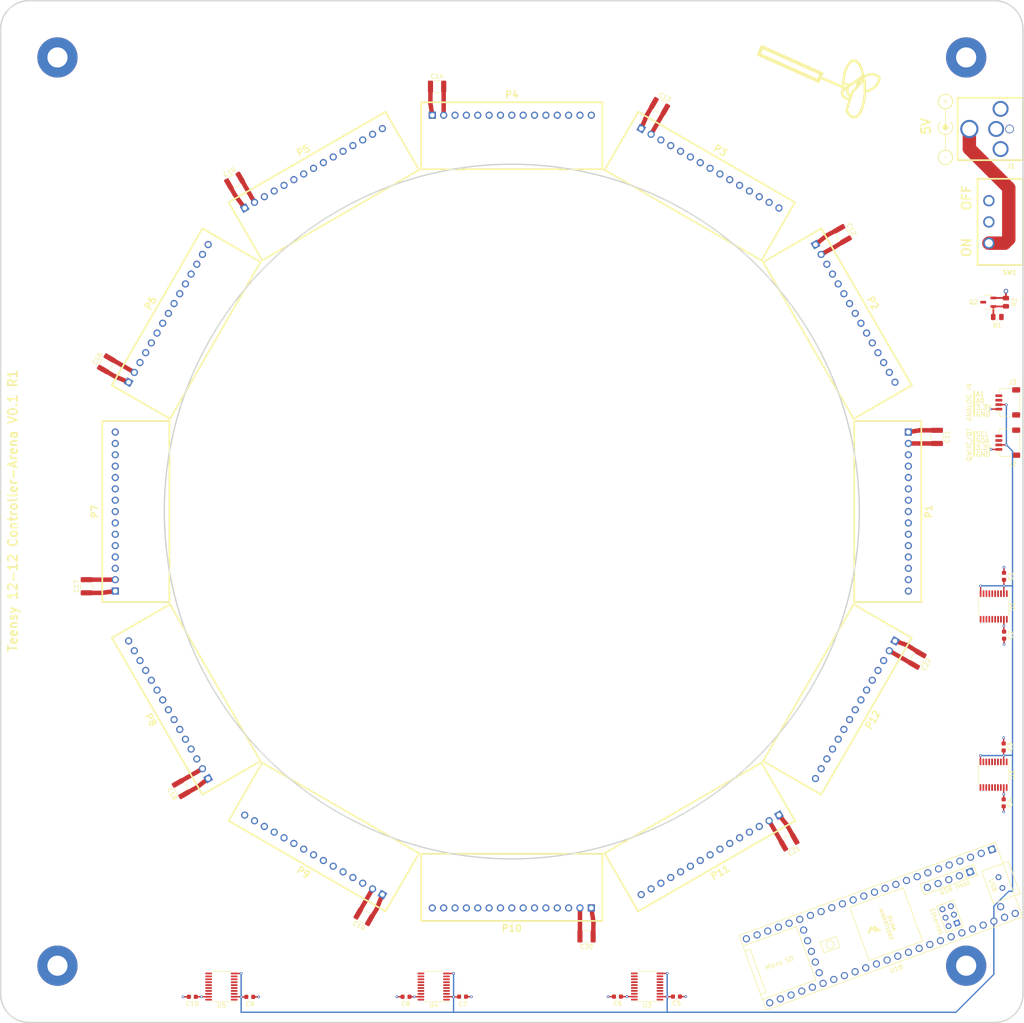
<source format=kicad_pcb>
(kicad_pcb (version 20221018) (generator pcbnew)
  (layers (0 "F.Cu" signal) (1 "In1.Cu" power) (2 "In2.Cu" power) (31 "B.Cu" signal) (34 "B.Paste" user) (35 "F.Paste" user) (36 "B.SilkS" user "B.Silkscreen") (37 "F.SilkS" user "F.Silkscreen") (38 "B.Mask" user) (39 "F.Mask" user) (44 "Edge.Cuts" user))
  (net 0 "")
  (net 1 "+3.3V")
  (net 2 "+5V")
  (net 4 "/Power/SW_5V")
  (net 5 "/Teensy/SDA")
  (net 8 "/Teensy/SCL")
  (net 9 "/Teensy/A0")
  (net 11 "/Teensy/A1")
  (net 13 "/Level Shifters/PAN5V.SCK_1")
  (net 14 "/Level Shifters/PAN5V.SCK_0")
  (net 15 "/Level Shifters/PAN5V.MOSI_0")
  (net 16 "/Level Shifters/PAN5V.MISO_0")
  (net 17 "/Level Shifters/PAN5V.CS_00")
  (net 18 "/Level Shifters/PAN5V.CS_01")
  (net 19 "/Level Shifters/PAN5V.CS_02")
  (net 20 "/Level Shifters/PAN5V.CS_03")
  (net 21 "/Level Shifters/PAN5V.CS_04")
  (net 22 "/Level Shifters/PAN5V.EXT_INT")
  (net 23 "GND")
  (net 27 "/Level Shifters/PAN5V.CS_05")
  (net 28 "/Level Shifters/PAN5V.CS_06")
  (net 29 "/Level Shifters/PAN5V.CS_08")
  (net 30 "/Level Shifters/PAN5V.CS_09")
  (net 43 "Net-(Q2-G)")
  (net 44 "/Level Shifters/PAN5V.CS_10")
  (net 45 "/Level Shifters/PAN5V.CS_11")
  (net 46 "/Level Shifters/PAN5V.CS_12")
  (net 47 "/Level Shifters/PAN5V.CS_13")
  (net 48 "/Level Shifters/PAN5V.CS_14")
  (net 49 "/Level Shifters/PAN5V.CS_15")
  (net 50 "/Level Shifters/PAN5V.CS_16")
  (net 51 "/Level Shifters/PAN5V.CS_17")
  (net 52 "/Level Shifters/PAN5V.CS_18")
  (net 53 "/Level Shifters/PAN5V.CS_19")
  (net 54 "/Level Shifters/PAN5V.CS_20")
  (net 55 "/Level Shifters/PAN5V.CS_21")
  (net 56 "/Level Shifters/PAN5V.CS_22")
  (net 57 "/Level Shifters/PAN5V.CS_23")
  (net 58 "/Level Shifters/PAN5V.CS_24")
  (net 59 "/Level Shifters/PAN5V.CS_25")
  (net 60 "/Level Shifters/PAN5V.CS_26")
  (net 61 "/Level Shifters/PAN5V.CS_27")
  (net 62 "/Level Shifters/PAN5V.CS_28")
  (net 63 "/Level Shifters/PAN5V.CS_29")
  (net 64 "/Level Shifters/PAN5V.MOSI_1")
  (net 65 "/Level Shifters/PAN5V.MISO_1")
  (net 84 "/Level Shifters/PAN5V.RESET")
  (net 85 "/Level Shifters/PAN3V.RESET")
  (net 86 "/Level Shifters/PAN3V.SCK_0")
  (net 87 "/Level Shifters/PAN3V.MOSI_0")
  (net 88 "/Level Shifters/PAN3V.MISO_0")
  (net 90 "/Level Shifters/PAN3V.SCK_1")
  (net 91 "/Level Shifters/PAN3V.MOSI_1")
  (net 92 "/Level Shifters/PAN3V.MISO_1")
  (net 94 "/Level Shifters/PAN3V.CS_00")
  (net 95 "/Level Shifters/PAN3V.CS_01")
  (net 96 "/Level Shifters/PAN3V.CS_02")
  (net 97 "/Level Shifters/PAN3V.CS_03")
  (net 98 "/Level Shifters/PAN3V.CS_04")
  (net 99 "/Level Shifters/PAN3V.CS_05")
  (net 100 "/Level Shifters/PAN3V.CS_06")
  (net 101 "/Level Shifters/PAN3V.CS_07")
  (net 102 "/Level Shifters/PAN5V.CS_07")
  (net 103 "/Level Shifters/PAN3V.CS_08")
  (net 104 "/Level Shifters/PAN3V.CS_09")
  (net 105 "/Level Shifters/PAN3V.CS_10")
  (net 106 "/Level Shifters/PAN3V.CS_11")
  (net 107 "/Level Shifters/PAN3V.CS_12")
  (net 108 "/Level Shifters/PAN3V.CS_13")
  (net 109 "/Level Shifters/PAN3V.CS_14")
  (net 110 "/Level Shifters/PAN3V.CS_15")
  (net 111 "/Level Shifters/PAN3V.CS_16")
  (net 112 "/Level Shifters/PAN3V.CS_17")
  (net 113 "/Level Shifters/PAN3V.CS_18")
  (net 114 "/Level Shifters/PAN3V.CS_19")
  (net 115 "/Level Shifters/PAN3V.CS_20")
  (net 116 "/Level Shifters/PAN3V.CS_21")
  (net 117 "/Level Shifters/PAN3V.CS_22")
  (net 118 "/Level Shifters/PAN3V.CS_23")
  (net 119 "/Level Shifters/PAN3V.CS_24")
  (net 120 "/Level Shifters/PAN3V.CS_25")
  (net 121 "/Level Shifters/PAN3V.CS_26")
  (net 122 "/Level Shifters/PAN3V.CS_27")
  (net 123 "/Level Shifters/PAN3V.CS_28")
  (net 124 "/Level Shifters/PAN3V.CS_29")
  (net 126 "/Level Shifters/PAN3V.EXT_INT")
  (net 146 "/Panel Headers/RESET")
  (footprint "Capacitor_SMD:C_0603_1608Metric" (layer "F.Cu") (at 287.782 230.471 90)
    (fp_text reference "C3")
    (fp_text value "0.1uF")
  )
  (footprint "Capacitor_SMD:C_1210_3225Metric" (layer "F.Cu") (at 210.858715 87.120624 -30)
    (fp_text reference "C13")
    (fp_text value "100uF")
  )
  (footprint "MountingHole:MountingHole_4.5mm_Pad" (layer "F.Cu") (at 76.2 76.2)
    (fp_text reference "H1" hide)
    (fp_text value "MountingHole_Pad" hide)
  )
  (footprint "arena_custom:HEADER_TOP" (layer "F.Cu") (at 177.799999 266.474028 180)
    (fp_text reference "P10")
    (fp_text value "CONN15" hide)
  )
  (footprint "Capacitor_SMD:C_0603_1608Metric" (layer "F.Cu") (at 201.422 286.3188 180)
    (fp_text reference "C6")
    (fp_text value "0.1uF")
  )
  (footprint "arena_custom:HEADER_TOP" (layer "F.Cu") (at 254.593961 222.137014 -120)
    (fp_text reference "P12")
    (fp_text value "CONN15" hide)
  )
  (footprint "arena_custom:HEADER_TOP" (layer "F.Cu") (at 89.125971 177.8 90)
    (fp_text reference "P7")
    (fp_text value "CONN15" hide)
  )
  (footprint "Capacitor_SMD:C_1210_3225Metric" (layer "F.Cu") (at 161.09 82.739999)
    (fp_text reference "C14")
    (fp_text value "100uF")
  )
  (footprint "Capacitor_SMD:C_1210_3225Metric" (layer "F.Cu") (at 268.479375 210.858715 -120)
    (fp_text reference "C22")
    (fp_text value "100uF")
  )
  (footprint "arena_custom:slide_switch" (layer "F.Cu") (at 287.02 113.0027 90)
    (fp_text reference "SW1")
    (fp_text value "SW_SPDT" hide)
  )
  (footprint "Package_SO:TSSOP-20_4.4x6.5mm_P0.65mm" (layer "F.Cu") (at 208.0602 284.0524 180)
    (fp_text reference "U3")
    (fp_text value "TXB0108PW")
  )
  (footprint "Capacitor_SMD:C_0603_1608Metric" (layer "F.Cu") (at 154.1457 286.3522 180)
    (fp_text reference "C8")
    (fp_text value "0.1uF")
  )
  (footprint "Package_SO:TSSOP-20_4.4x6.5mm_P0.65mm" (layer "F.Cu") (at 285.5222 236.6669 -90)
    (fp_text reference "U2")
    (fp_text value "TXB0108PW")
  )
  (footprint "Capacitor_SMD:C_1210_3225Metric" (layer "F.Cu") (at 103.830624 239.801284 120)
    (fp_text reference "C18")
    (fp_text value "100uF")
  )
  (footprint "arena_custom:HEADER_TOP" (layer "F.Cu") (at 133.462985 254.593961 150)
    (fp_text reference "P9")
    (fp_text value "CONN15" hide)
  )
  (footprint "arena_custom:HEADER_TOP" (layer "F.Cu") (at 222.137014 254.593961 -150)
    (fp_text reference "P11")
    (fp_text value "CONN15" hide)
  )
  (footprint "Capacitor_SMD:C_0603_1608Metric" (layer "F.Cu") (at 119.2 286.3778)
    (fp_text reference "C9")
    (fp_text value "0.1uF")
  )
  (footprint "arena_custom:JST_SH_SM04B-SRSS-TB_1x04-1MP_P1.00mm_Horizontal" (layer "F.Cu") (at 288.701 153.379 90)
    (fp_text reference "J3")
    (fp_text value "Conn_01x04" hide)
  )
  (footprint "Capacitor_SMD:C_0603_1608Metric" (layer "F.Cu") (at 287.8836 205.4476 -90)
    (fp_text reference "C2")
    (fp_text value "0.1uF")
  )
  (footprint "Capacitor_SMD:C_0603_1608Metric" (layer "F.Cu") (at 214.617 286.3088)
    (fp_text reference "C5")
    (fp_text value "0.1uF")
  )
  (footprint "Capacitor_SMD:C_0603_1608Metric" (layer "F.Cu") (at 106.3622 286.3524 180)
    (fp_text reference "C10")
    (fp_text value "0.1uF")
  )
  (footprint "MountingHole:MountingHole_4.5mm_Pad" (layer "F.Cu") (at 279.4 279.4)
    (fp_text reference "H3" hide)
    (fp_text value "MountingHole_Pad" hide)
  )
  (footprint "Package_SO:TSSOP-20_4.4x6.5mm_P0.65mm" (layer "F.Cu") (at 285.5566 199.0291 -90)
    (fp_text reference "U1")
    (fp_text value "TXB0108PW")
  )
  (footprint "Package_TO_SOT_SMD:SOT-23-3" (layer "F.Cu") (at 284.3475 130.9605 180)
    (fp_text reference "Q2")
    (fp_text value "MOSFET_NCHAN")
  )
  (footprint "MountingHole:MountingHole_4.5mm_Pad" (layer "F.Cu") (at 76.2 279.4)
    (fp_text reference "H4" hide)
    (fp_text value "MountingHole_Pad" hide)
  )
  (footprint "arena_custom:DCJACK_2PIN_HIGHCURRENT" (layer "F.Cu") (at 292.1 92.202 -90)
    (fp_text reference "J1")
    (fp_text value "Barrel_Jack" hide)
  )
  (footprint "Capacitor_SMD:C_1210_3225Metric" (layer "F.Cu") (at 115.798715 103.830624 30)
    (fp_text reference "C15")
    (fp_text value "100uF")
  )
  (footprint "arena_custom:HEADER_TOP" (layer "F.Cu") (at 133.462985 101.006038 30)
    (fp_text reference "P5")
    (fp_text value "CONN15" hide)
  )
  (footprint "Capacitor_SMD:C_1210_3225Metric" (layer "F.Cu") (at 239.801284 251.769375 -150)
    (fp_text reference "C21")
    (fp_text value "100uF")
  )
  (footprint "Package_SO:TSSOP-20_4.4x6.5mm_P0.65mm" (layer "F.Cu") (at 160.3325 284.0696 180)
    (fp_text reference "U4")
    (fp_text value "TXB0108PW")
  )
  (footprint "arena_custom:HEADER_TOP" (layer "F.Cu") (at 177.8 89.125971)
    (fp_text reference "P4")
    (fp_text value "CONN15" hide)
  )
  (footprint "Resistor_SMD:R_0805_2012Metric" (layer "F.Cu") (at 286.3615 134.2625)
    (fp_text reference "R1")
    (fp_text value "200")
  )
  (footprint "Capacitor_SMD:C_1210_3225Metric" (layer "F.Cu") (at 272.86 161.09 -90)
    (fp_text reference "C11")
    (fp_text value "100uF")
  )
  (footprint "Capacitor_SMD:C_1210_3225Metric" (layer "F.Cu") (at 251.769375 115.798715 -60)
    (fp_text reference "C12")
    (fp_text value "100uF")
  )
  (footprint "teensy:Teensy41" (layer "F.Cu") (at 260.310378 270.545439 -160)
    (fp_text reference "U18")
    (fp_text value "Teensy4.1")
  )
  (footprint "arena_custom:HEADER_TOP" (layer "F.Cu") (at 266.474028 177.8 -90)
    (fp_text reference "P1")
    (fp_text value "CONN15" hide)
  )
  (footprint "arena_custom:HEADER_TOP" (layer "F.Cu") (at 101.006038 133.462985 60)
    (fp_text reference "P6")
    (fp_text value "CONN15" hide)
  )
  (footprint "arena_custom:HEADER_TOP" (layer "F.Cu") (at 101.006038 222.137014 120)
    (fp_text reference "P8")
    (fp_text value "CONN15" hide)
  )
  (footprint "MountingHole:MountingHole_4.5mm_Pad" (layer "F.Cu") (at 279.4 76.2)
    (fp_text reference "H2" hide)
    (fp_text value "MountingHole_Pad" hide)
  )
  (footprint "Capacitor_SMD:C_0603_1608Metric" (layer "F.Cu") (at 287.782 242.964 -90)
    (fp_text reference "C4")
    (fp_text value "0.1uF")
  )
  (footprint "Capacitor_SMD:C_0603_1608Metric" (layer "F.Cu") (at 166.7819 286.3268)
    (fp_text reference "C7")
    (fp_text value "0.1uF")
  )
  (footprint "Capacitor_SMD:C_1210_3225Metric" (layer "F.Cu") (at 87.120624 144.741284 60)
    (fp_text reference "C16")
    (fp_text value "100uF")
  )
  (footprint "Capacitor_SMD:C_0603_1608Metric" (layer "F.Cu") (at 287.8582 192.278 90)
    (fp_text reference "C1")
    (fp_text value "0.1uF")
  )
  (footprint "arena_custom:HEADER_TOP" (layer "F.Cu") (at 254.593961 133.462985 -60)
    (fp_text reference "P2")
    (fp_text value "CONN15" hide)
  )
  (footprint "Capacitor_SMD:C_1210_3225Metric" (layer "F.Cu") (at 194.51 272.86 180)
    (fp_text reference "C20")
    (fp_text value "100uF")
  )
  (footprint "arena_custom:JST_SH_SM04B-SRSS-TB_1x04-1MP_P1.00mm_Horizontal" (layer "F.Cu") (at 288.701 162.39 90)
    (fp_text reference "J2")
    (fp_text value "Conn_01x04" hide)
  )
  (footprint "Capacitor_SMD:C_1210_3225Metric" (layer "F.Cu") (at 144.741284 268.479375 150)
    (fp_text reference "C19")
    (fp_text value "100uF")
  )
  (footprint "Capacitor_SMD:C_1210_3225Metric" (layer "F.Cu") (at 82.739999 194.51 90)
    (fp_text reference "C17")
    (fp_text value "100uF")
  )
  (footprint "arena_custom:HEADER_TOP" (layer "F.Cu") (at 222.137014 101.006038 -30)
    (fp_text reference "P3")
    (fp_text value "CONN15" hide)
  )
  (footprint "Package_SO:TSSOP-20_4.4x6.5mm_P0.65mm" (layer "F.Cu") (at 112.8567 284.0696 180)
    (fp_text reference "U5")
    (fp_text value "TXB0108PW")
  )
  (footprint "Resistor_SMD:R_0805_2012Metric" (layer "F.Cu") (at 288.29 130.9605 -90)
    (fp_text reference "R2")
    (fp_text value "20k")
  )
  (gr_line (start 256.199044 87.297682) (end 256.271976 87.058327) (stroke (width 0.514144)) (layer "F.SilkS"))
  (gr_line (start 253.328128 89.085184) (end 253.428895 89.190784) (stroke (width 0.514144)) (layer "F.SilkS"))
  (gr_line (start 253.398643 85.370906) (end 253.047927 85.47159) (stroke (width 0.514144)) (layer "F.SilkS"))
  (gr_line (start 273.458677 92.763687) (end 273.412617 92.697601) (stroke (width 0.15487)) (layer "F.SilkS"))
  (gr_line (start 275.079658 84.502663) (end 275.156965 84.520506) (stroke (width 0.179621)) (layer "F.SilkS"))
  (gr_line (start 273.801544 84.787649) (end 273.864193 84.743099) (stroke (width 0.179621)) (layer "F.SilkS"))
  (gr_line (start 256.682667 84.850824) (end 256.710096 84.544275) (stroke (width 0.514144)) (layer "F.SilkS"))
  (gr_line (start 252.01772 82.16411) (end 251.877536 82.16992) (stroke (width 0.514144)) (layer "F.SilkS"))
  (gr_line (start 252.053344 83.360095) (end 252.337198 83.279574) (stroke (width 0.514144)) (layer "F.SilkS"))
  (gr_line (start 252.648282 87.995452) (end 252.864904 88.424901) (stroke (width 0.514144)) (layer "F.SilkS"))
  (gr_line (start 255.368341 88.978587) (end 255.474286 88.838667) (stroke (width 0.514144)) (layer "F.SilkS"))
  (gr_line (start 275.307038 100.056867) (end 275.232792 100.081989) (stroke (width 0.179621)) (layer "F.SilkS"))
  (gr_line (start 276.124191 97.727336) (end 276.162666 97.794252) (stroke (width 0.179621)) (layer "F.SilkS"))
  (gr_line (start 253.852396 89.497068) (end 253.962792 89.543132) (stroke (width 0.514144)) (layer "F.SilkS"))
  (gr_line (start 253.107055 88.828682) (end 253.329101 89.139146) (stroke (width 0.514144)) (layer "F.SilkS"))
  (gr_line (start 274.514275 87.647619) (end 274.435586 87.633567) (stroke (width 0.179621)) (layer "F.SilkS"))
  (gr_line (start 276.144971 92.629798) (end 276.102596 92.697601) (stroke (width 0.15487)) (layer "F.SilkS"))
  (gr_line (start 253.599513 89.404428) (end 253.881595 89.536188) (stroke (width 0.514144)) (layer "F.SilkS"))
  (gr_line (start 273.683213 99.738719) (end 273.627717 99.68581) (stroke (width 0.179621)) (layer "F.SilkS"))
  (gr_line (start 273.929041 99.922493) (end 273.864208 99.88093) (stroke (width 0.179621)) (layer "F.SilkS"))
  (gr_line (start 276.351319 92.042732) (end 276.338422 92.11912) (stroke (width 0.15487)) (layer "F.SilkS"))
  (gr_line (start 255.525857 82.231349) (end 253.909263 83.976567) (stroke (width 0.514144)) (layer "F.SilkS"))
  (gr_line (start 273.74118 97.322884) (end 273.801544 97.275447) (stroke (width 0.179621)) (layer "F.SilkS"))
  (gr_line (start 252.552095 78.774228) (end 252.838191 78.144863) (stroke (width 0.514144)) (layer "F.SilkS"))
  (gr_line (start 251.969289 84.954351) (end 251.774238 84.647473) (stroke (width 0.514144)) (layer "F.SilkS"))
  (gr_line (start 253.435013 77.325878) (end 253.641567 77.156405) (stroke (width 0.514144)) (layer "F.SilkS"))
  (gr_line (start 274.675394 87.663951) (end 274.594245 87.657781) (stroke (width 0.179621)) (layer "F.SilkS"))
  (gr_line (start 259.176866 80.098993) (end 259.525148 80.289985) (stroke (width 0.514144)) (layer "F.SilkS"))
  (gr_line (start 273.432595 99.449323) (end 273.391031 99.38449) (stroke (width 0.179621)) (layer "F.SilkS"))
  (gr_line (start 273.178102 85.824768) (end 273.192154 85.74608) (stroke (width 0.179621)) (layer "F.SilkS"))
  (gr_line (start 252.166875 85.147003) (end 251.969289 84.954351) (stroke (width 0.514144)) (layer "F.SilkS"))
  (gr_line (start 252.693095 88.053999) (end 252.775458 88.230525) (stroke (width 0.514144)) (layer "F.SilkS"))
  (gr_line (start 275.832018 87.250921) (end 275.774039 87.301144) (stroke (width 0.179621)) (layer "F.SilkS"))
  (gr_line (start 251.774238 84.647473) (end 251.684112 84.419114) (stroke (width 0.514144)) (layer "F.SilkS"))
  (gr_line (start 276.162666 85.306454) (end 276.197954 85.375353) (stroke (width 0.179621)) (layer "F.SilkS"))
  (gr_line (start 274.757623 87.666031) (end 274.675394 87.663951) (stroke (width 0.179621)) (layer "F.SilkS"))
  (gr_line (start 275.000969 84.488611) (end 275.079658 84.502663) (stroke (width 0.179621)) (layer "F.SilkS"))
  (gr_line (start 255.06343 89.325641) (end 255.481002 88.89717) (stroke (width 0.514144)) (layer "F.SilkS"))
  (gr_line (start 273.391023 85.239538) (end 273.432586 85.174706) (stroke (width 0.179621)) (layer "F.SilkS"))
  (gr_line (start 276.347273 98.392536) (end 276.353443 98.473685) (stroke (width 0.179621)) (layer "F.SilkS"))
  (gr_line (start 275.450382 97.115569) (end 275.51928 97.150857) (stroke (width 0.179621)) (layer "F.SilkS"))
  (gr_line (start 273.679039 93.007324) (end 273.618965 92.950211) (stroke (width 0.15487)) (layer "F.SilkS"))
  (gr_line (start 255.036411 82.539878) (end 255.042022 82.457412) (stroke (width 0.514144)) (layer "F.SilkS"))
  (gr_line (start 276.197954 86.760877) (end 276.162666 86.829776) (stroke (width 0.179621)) (layer "F.SilkS"))
  (gr_line (start 255.276137 77.430101) (end 255.346218 77.514994) (stroke (width 0.514144)) (layer "F.SilkS"))
  (gr_line (start 276.323059 85.74608) (end 276.337111 85.824768) (stroke (width 0.179621)) (layer "F.SilkS"))
  (gr_line (start 253.521335 77.222379) (end 253.965722 76.96148) (stroke (width 0.514144)) (layer "F.SilkS"))
  (gr_line (start 275.94042 97.481511) (end 275.990643 97.539491) (stroke (width 0.179621)) (layer "F.SilkS"))
  (gr_line (start 256.875322 83.833962) (end 256.742183 83.87768) (stroke (width 0.514144)) (layer "F.SilkS"))
  (gr_line (start 254.654616 76.988025) (end 254.738231 77.019672) (stroke (width 0.514144)) (layer "F.SilkS"))
  (gr_line (start 274.135626 84.595772) (end 274.208191 84.567161) (stroke (width 0.179621)) (layer "F.SilkS"))
  (gr_line (start 273.237589 92.344278) (end 273.213638 92.270036) (stroke (width 0.15487)) (layer "F.SilkS"))
  (gr_line (start 274.514268 96.976409) (end 274.594239 96.966247) (stroke (width 0.179621)) (layer "F.SilkS"))
  (gr_line (start 275.307038 87.569069) (end 275.232792 87.594191) (stroke (width 0.179621)) (layer "F.SilkS"))
  (gr_line (start 276.353443 98.638142) (end 276.347273 98.719291) (stroke (width 0.179621)) (layer "F.SilkS"))
  (gr_line (start 273.801558 99.836379) (end 273.741193 99.788942) (stroke (width 0.179621)) (layer "F.SilkS"))
  (gr_line (start 254.131302 89.588144) (end 254.188191 89.596579) (stroke (width 0.514144)) (layer "F.SilkS"))
  (gr_line (start 274.911957 93.414485) (end 274.834853 93.420012) (stroke (width 0.15487)) (layer "F.SilkS"))
  (gr_line (start 275.586196 87.434695) (end 275.51928 87.473171) (stroke (width 0.179621)) (layer "F.SilkS"))
  (gr_line (start 274.834853 93.420012) (end 274.757606 93.421855) (stroke (width 0.15487)) (layer "F.SilkS"))
  (gr_line (start 259.542541 82.121242) (end 259.303428 82.48594) (stroke (width 0.514144)) (layer "F.SilkS"))
  (gr_line (start 255.432428 81.506674) (end 255.645993 81.235336) (stroke (width 0.514144)) (layer "F.SilkS"))
  (gr_line (start 274.757623 91.163801) (end 274.757623 87.739042) (stroke (width 0.168772)) (layer "F.SilkS"))
  (gr_line (start 273.391031 99.38449) (end 273.352554 99.317574) (stroke (width 0.179621)) (layer "F.SilkS"))
  (gr_line (start 253.135036 82.646298) (end 253.29269 82.463024) (stroke (width 0.514144)) (layer "F.SilkS"))
  (gr_line (start 251.858224 83.534084) (end 252.053344 83.360095) (stroke (width 0.514144)) (layer "F.SilkS"))
  (gr_line (start 274.135639 100.028256) (end 274.064857 99.996257) (stroke (width 0.179621)) (layer "F.SilkS"))
  (gr_line (start 273.16177 85.985887) (end 273.16794 85.904738) (stroke (width 0.179621)) (layer "F.SilkS"))
  (gr_line (start 274.594245 87.657781) (end 274.514275 87.647619) (stroke (width 0.179621)) (layer "F.SilkS"))
  (gr_line (start 275.450382 87.508459) (end 275.379601 87.540458) (stroke (width 0.179621)) (layer "F.SilkS"))
  (gr_line (start 276.229953 99.177894) (end 276.197954 99.248675) (stroke (width 0.179621)) (layer "F.SilkS"))
  (gr_line (start 255.220933 77.362302) (end 255.627103 77.91908) (stroke (width 0.514144)) (layer "F.SilkS"))
  (gr_line (start 259.525148 80.289985) (end 259.78989 80.507871) (stroke (width 0.514144)) (layer "F.SilkS"))
  (gr_line (start 246.348282 81.480219) (end 233.048664 75.525588) (stroke (width 0.514144)) (layer "F.SilkS"))
  (gr_line (start 273.154682 91.657214) (end 273.163894 91.580397) (stroke (width 0.15487)) (layer "F.SilkS"))
  (gr_line (start 276.360531 91.965914) (end 276.351319 92.042732) (stroke (width 0.15487)) (layer "F.SilkS"))
  (gr_line (start 246.463759 81.532354) (end 247.222944 79.751814) (stroke (width 0.514144)) (layer "F.SilkS"))
  (gr_line (start 254.303207 76.931315) (end 254.393603 76.93489) (stroke (width 0.514144)) (layer "F.SilkS"))
  (gr_line (start 256.040481 87.747626) (end 256.121828 87.527581) (stroke (width 0.514144)) (layer "F.SilkS"))
  (gr_line (start 274.208191 97.054959) (end 274.282438 97.029837) (stroke (width 0.179621)) (layer "F.SilkS"))
  (gr_line (start 253.881595 89.536188) (end 254.324682 89.610855) (stroke (width 0.514144)) (layer "F.SilkS"))
  (gr_line (start 275.435657 93.272624) (end 275.363562 93.303944) (stroke (width 0.15487)) (layer "F.SilkS"))
  (gr_line (start 274.680359 93.420012) (end 274.603255 93.414485) (stroke (width 0.15487)) (layer "F.SilkS"))
  (gr_line (start 257.844701 80.028055) (end 258.211627 79.972669) (stroke (width 0.514144)) (layer "F.SilkS"))
  (gr_line (start 275.709728 93.110496) (end 275.643643 93.156555) (stroke (width 0.15487)) (layer "F.SilkS"))
  (gr_line (start 274.526438 93.405273) (end 274.450049 93.392377) (stroke (width 0.15487)) (layer "F.SilkS"))
  (gr_line (start 274.839851 87.663951) (end 274.757623 87.666031) (stroke (width 0.179621)) (layer "F.SilkS"))
  (gr_line (start 258.842153 80.017626) (end 259.176866 80.098993) (stroke (width 0.514144)) (layer "F.SilkS"))
  (gr_line (start 253.29269 82.463024) (end 253.412685 82.343878) (stroke (width 0.514144)) (layer "F.SilkS"))
  (gr_line (start 256.455241 80.603086) (end 256.647542 80.491892) (stroke (width 0.514144)) (layer "F.SilkS"))
  (gr_line (start 259.950052 81.16405) (end 259.836255 81.519547) (stroke (width 0.514144)) (layer "F.SilkS"))
  (gr_line (start 255.147913 89.218914) (end 255.259498 89.105469) (stroke (width 0.514144)) (layer "F.SilkS"))
  (gr_line (start 275.140979 93.375796) (end 275.065163 93.392377) (stroke (width 0.15487)) (layer "F.SilkS"))
  (gr_line (start 275.887512 84.938218) (end 275.94042 84.993713) (stroke (width 0.179621)) (layer "F.SilkS"))
  (gr_line (start 253.965362 76.988768) (end 254.076566 76.957025) (stroke (width 0.514144)) (layer "F.SilkS"))
  (gr_line (start 259.78989 80.507871) (end 259.966569 80.689146) (stroke (width 0.514144)) (layer "F.SilkS"))
  (gr_line (start 273.25665 85.518698) (end 273.285261 85.446135) (stroke (width 0.179621)) (layer "F.SilkS"))
  (gr_line (start 274.208204 100.056867) (end 274.135639 100.028256) (stroke (width 0.179621)) (layer "F.SilkS"))
  (gr_line (start 274.435586 100.121364) (end 274.358278 100.103522) (stroke (width 0.179621)) (layer "F.SilkS"))
  (gr_line (start 276.353443 85.985887) (end 276.355522 86.068115) (stroke (width 0.179621)) (layer "F.SilkS"))
  (gr_line (start 256.678724 81.644514) (end 256.650167 81.387806) (stroke (width 0.514144)) (layer "F.SilkS"))
  (gr_line (start 254.482303 76.945573) (end 254.569307 76.963305) (stroke (width 0.514144)) (layer "F.SilkS"))
  (gr_line (start 275.450382 84.627771) (end 275.51928 84.663059) (stroke (width 0.179621)) (layer "F.SilkS"))
  (gr_line (start 275.896248 92.950211) (end 275.836173 93.007324) (stroke (width 0.15487)) (layer "F.SilkS"))
  (gr_line (start 273.370242 90.993331) (end 273.412617 90.925528) (stroke (width 0.15487)) (layer "F.SilkS"))
  (gr_line (start 273.213638 91.353093) (end 273.237589 91.278851) (stroke (width 0.15487)) (layer "F.SilkS"))
  (gr_line (start 273.209998 98.955257) (end 273.192155 98.877949) (stroke (width 0.179621)) (layer "F.SilkS"))
  (gr_line (start 251.877536 82.16992) (end 251.922517 81.614249) (stroke (width 0.514144)) (layer "F.SilkS"))
  (gr_line (start 233.757241 73.863743) (end 247.056859 79.818372) (stroke (width 0.514144)) (layer "F.SilkS"))
  (gr_line (start 275.887512 97.426016) (end 275.94042 97.481511) (stroke (width 0.179621)) (layer "F.SilkS"))
  (gr_line (start 276.102596 92.697601) (end 276.056536 92.763687) (stroke (width 0.15487)) (layer "F.SilkS"))
  (gr_line (start 255.866011 88.156561) (end 255.955157 87.957419) (stroke (width 0.514144)) (layer "F.SilkS"))
  (gr_line (start 276.351319 91.580397) (end 276.360531 91.657214) (stroke (width 0.15487)) (layer "F.SilkS"))
  (gr_line (start 254.302959 89.603371) (end 254.429429 89.595126) (stroke (width 0.514144)) (layer "F.SilkS"))
  (gr_line (start 276.323059 98.877949) (end 276.305217 98.955257) (stroke (width 0.179621)) (layer "F.SilkS"))
  (gr_line (start 255.671304 78.034008) (end 255.731261 78.156298) (stroke (width 0.514144)) (layer "F.SilkS"))
  (gr_line (start 276.124191 85.239538) (end 276.162666 85.306454) (stroke (width 0.179621)) (layer "F.SilkS"))
  (gr_line (start 273.163894 91.580397) (end 273.176791 91.504009) (stroke (width 0.15487)) (layer "F.SilkS"))
  (gr_line (start 256.005789 78.856859) (end 256.103824 79.177541) (stroke (width 0.514144)) (layer "F.SilkS"))
  (gr_line (start 257.779754 83.532072) (end 257.434774 83.6898) (stroke (width 0.514144)) (layer "F.SilkS"))
  (gr_line (start 256.357616 80.272018) (end 255.706384 80.763982) (stroke (width 0.514144)) (layer "F.SilkS"))
  (gr_line (start 273.741193 87.301144) (end 273.683213 87.250921) (stroke (width 0.179621)) (layer "F.SilkS"))
  (gr_line (start 258.090858 83.404417) (end 257.779754 83.532072) (stroke (width 0.514144)) (layer "F.SilkS"))
  (gr_line (start 259.966569 80.689146) (end 259.993367 80.838851) (stroke (width 0.514144)) (layer "F.SilkS"))
  (gr_line (start 276.229953 97.933932) (end 276.258563 98.006496) (stroke (width 0.179621)) (layer "F.SilkS"))
  (gr_line (start 256.942987 80.339952) (end 257.168924 80.23152) (stroke (width 0.514144)) (layer "F.SilkS"))
  (gr_line (start 256.75071 82.712449) (end 256.739244 82.43984) (stroke (width 0.514144)) (layer "F.SilkS"))
  (gr_line (start 253.269248 84.659038) (end 253.123313 84.504252) (stroke (width 0.514144)) (layer "F.SilkS"))
  (gr_line (start 275.832018 99.738719) (end 275.774039 99.788942) (stroke (width 0.179621)) (layer "F.SilkS"))
  (gr_line (start 274.757623 100.153828) (end 274.675394 100.151749) (stroke (width 0.179621)) (layer "F.SilkS"))
  (gr_line (start 273.285261 97.933932) (end 273.31726 97.863151) (stroke (width 0.179621)) (layer "F.SilkS"))
  (gr_line (start 276.347273 85.904738) (end 276.353443 85.985887) (stroke (width 0.179621)) (layer "F.SilkS"))
  (gr_line (start 275.651027 84.743099) (end 275.713675 84.787649) (stroke (width 0.179621)) (layer "F.SilkS"))
  (gr_line (start 275.953362 90.732993) (end 276.006791 90.795216) (stroke (width 0.15487)) (layer "F.SilkS"))
  (gr_line (start 276.006791 92.827913) (end 275.953362 92.890135) (stroke (width 0.15487)) (layer "F.SilkS"))
  (gr_line (start 281.201 159.874) (end 281.201 165.374) (stroke (width 0.381)) (layer "F.SilkS"))
  (gr_line (start 252.56042 83.13397) (end 252.542989 83.175007) (stroke (width 0.514144)) (layer "F.SilkS"))
  (gr_line (start 273.163894 92.042732) (end 273.154682 91.965915) (stroke (width 0.15487)) (layer "F.SilkS"))
  (gr_line (start 276.258563 85.518698) (end 276.283685 85.592944) (stroke (width 0.179621)) (layer "F.SilkS"))
  (gr_line (start 273.256654 86.617532) (end 273.231531 86.543286) (stroke (width 0.179621)) (layer "F.SilkS"))
  (gr_line (start 276.144971 90.99333) (end 276.183661 91.062707) (stroke (width 0.15487)) (layer "F.SilkS"))
  (gr_line (start 253.672708 82.321579) (end 251.877536 82.169922) (stroke (width 0.514144)) (layer "F.SilkS"))
  (gr_line (start 256.650167 81.387806) (end 256.61758 81.135749) (stroke (width 0.514144)) (layer "F.SilkS"))
  (gr_line (start 274.151651 93.303944) (end 274.079555 93.272624) (stroke (width 0.15487)) (layer "F.SilkS"))
  (gr_line (start 275.713675 87.348581) (end 275.651027 87.393132) (stroke (width 0.179621)) (layer "F.SilkS"))
  (gr_line (start 273.352554 99.317574) (end 273.317265 99.248675) (stroke (width 0.179621)) (layer "F.SilkS"))
  (gr_line (start 273.6832 84.885309) (end 273.74118 84.835086) (stroke (width 0.179621)) (layer "F.SilkS"))
  (gr_line (start 252.264493 79.665606) (end 252.552095 78.774228) (stroke (width 0.514144)) (layer "F.SilkS"))
  (gr_line (start 273.561851 90.732993) (end 273.618965 90.672917) (stroke (width 0.15487)) (layer "F.SilkS"))
  (gr_line (start 273.561851 92.890135) (end 273.508421 92.827913) (stroke (width 0.15487)) (layer "F.SilkS"))
  (gr_line (start 273.192154 98.233878) (end 273.209996 98.156569) (stroke (width 0.179621)) (layer "F.SilkS"))
  (gr_line (start 275.379601 87.540458) (end 275.307038 87.569069) (stroke (width 0.179621)) (layer "F.SilkS"))
  (gr_line (start 273.524573 85.051693) (end 273.574796 84.993713) (stroke (width 0.179621)) (layer "F.SilkS"))
  (gr_line (start 273.352554 86.829776) (end 273.317265 86.760877) (stroke (width 0.179621)) (layer "F.SilkS"))
  (gr_line (start 273.801544 97.275447) (end 273.864193 97.230896) (stroke (width 0.179621)) (layer "F.SilkS"))
  (gr_line (start 276.283685 99.031084) (end 276.258563 99.10533) (stroke (width 0.179621)) (layer "F.SilkS"))
  (gr_line (start 252.813388 83.330316) (end 252.914922 82.982534) (stroke (width 0.514144)) (layer "F.SilkS"))
  (gr_line (start 274.135639 87.540458) (end 274.064857 87.508459) (stroke (width 0.179621)) (layer "F.SilkS"))
  (gr_line (start 275.832018 97.373107) (end 275.887512 97.426016) (stroke (width 0.179621)) (layer "F.SilkS"))
  (gr_line (start 273.331551 92.560422) (end 273.296546 92.489614) (stroke (width 0.15487)) (layer "F.SilkS"))
  (gr_line (start 276.038079 97.599855) (end 276.082629 97.662503) (stroke (width 0.179621)) (layer "F.SilkS"))
  (gr_line (start 273.627717 99.68581) (end 273.574807 99.630315) (stroke (width 0.179621)) (layer "F.SilkS"))
  (gr_line (start 255.042022 82.457412) (end 255.046822 82.39657) (stroke (width 0.514144)) (layer "F.SilkS"))
  (gr_line (start 251.877536 82.169922) (end 251.908122 81.714717) (stroke (width 0.514144)) (layer "F.SilkS"))
  (gr_line (start 273.508421 92.827913) (end 273.458677 92.763687) (stroke (width 0.15487)) (layer "F.SilkS"))
  (gr_line (start 274.514268 84.488611) (end 274.594239 84.478449) (stroke (width 0.179621)) (layer "F.SilkS"))
  (gr_line (start 276.038079 85.112057) (end 276.082629 85.174706) (stroke (width 0.179621)) (layer "F.SilkS"))
  (gr_line (start 275.774039 87.301144) (end 275.713675 87.348581) (stroke (width 0.179621)) (layer "F.SilkS"))
  (gr_line (start 256.76 83.267298) (end 256.757661 82.988359) (stroke (width 0.514144)) (layer "F.SilkS"))
  (gr_line (start 273.741193 99.788942) (end 273.683213 99.738719) (stroke (width 0.179621)) (layer "F.SilkS"))
  (gr_line (start 233.048664 75.525588) (end 233.757241 73.863743) (stroke (width 0.514144)) (layer "F.SilkS"))
  (gr_line (start 273.31726 97.863151) (end 273.352548 97.794252) (stroke (width 0.179621)) (layer "F.SilkS"))
  (gr_line (start 275.774039 97.322884) (end 275.832018 97.373107) (stroke (width 0.179621)) (layer "F.SilkS"))
  (gr_line (start 255.259498 89.105469) (end 255.368341 88.978587) (stroke (width 0.514144)) (layer "F.SilkS"))
  (gr_line (start 275.307038 84.567161) (end 275.379601 84.595772) (stroke (width 0.179621)) (layer "F.SilkS"))
  (gr_line (start 276.321841 91.428193) (end 276.338422 91.504008) (stroke (width 0.15487)) (layer "F.SilkS"))
  (gr_line (start 253.428895 89.190784) (end 253.531823 89.285068) (stroke (width 0.514144)) (layer "F.SilkS"))
  (gr_line (start 276.337111 85.824768) (end 276.347273 85.904738) (stroke (width 0.179621)) (layer "F.SilkS"))
  (gr_line (start 252.164419 80.079481) (end 252.277697 79.618968) (stroke (width 0.514144)) (layer "F.SilkS"))
  (gr_line (start 254.820151 77.058187) (end 254.900378 77.103508) (stroke (width 0.514144)) (layer "F.SilkS"))
  (gr_line (start 256.463519 86.287504) (end 256.517769 86.014304) (stroke (width 0.514144)) (layer "F.SilkS"))
  (gr_poly (pts (xy 274.691671 85.999718) (xy 274.691671 85.55059) (xy 274.82351 85.55059) (xy 274.82351 85.999718) (xy 275.272643 85.999718) (xy 275.272643 86.136516) (xy 274.82351 86.136516) (xy 274.82351 86.585642) (xy 274.691671 86.585642) (xy 274.691671 86.136516) (xy 274.242538 86.136516) (xy 274.242538 85.999718)) (fill solid) (layer "F.SilkS"))
  (gr_line (start 273.574807 99.630315) (end 273.524583 99.572336) (stroke (width 0.179621)) (layer "F.SilkS"))
  (gr_line (start 274.358278 100.103522) (end 274.28245 100.081989) (stroke (width 0.179621)) (layer "F.SilkS"))
  (gr_line (start 276.353443 98.473685) (end 276.355522 98.555913) (stroke (width 0.179621)) (layer "F.SilkS"))
  (gr_line (start 259.023559 82.799008) (end 258.722802 83.026055) (stroke (width 0.514144)) (layer "F.SilkS"))
  (gr_line (start 275.000969 96.976409) (end 275.079658 96.990462) (stroke (width 0.179621)) (layer "F.SilkS"))
  (gr_line (start 276.038079 99.511971) (end 275.990643 99.572336) (stroke (width 0.179621)) (layer "F.SilkS"))
  (gr_line (start 275.896248 90.672917) (end 275.953362 90.732993) (stroke (width 0.15487)) (layer "F.SilkS"))
  (gr_line (start 275.156965 100.103522) (end 275.079658 100.121364) (stroke (width 0.179621)) (layer "F.SilkS"))
  (gr_line (start 274.594239 84.478449) (end 274.675391 84.472279) (stroke (width 0.179621)) (layer "F.SilkS"))
  (gr_line (start 255.789534 78.284609) (end 255.846123 78.418881) (stroke (width 0.514144)) (layer "F.SilkS"))
  (gr_line (start 276.283685 85.592944) (end 276.305217 85.668771) (stroke (width 0.179621)) (layer "F.SilkS"))
  (gr_line (start 253.133544 88.841221) (end 253.229639 88.968564) (stroke (width 0.514144)) (layer "F.SilkS"))
  (gr_line (start 274.757623 96.89627) (end 274.757623 93.471512) (stroke (width 0.168772)) (layer "F.SilkS"))
  (gr_line (start 275.94042 87.142517) (end 275.887512 87.198012) (stroke (width 0.179621)) (layer "F.SilkS"))
  (gr_line (start 273.231528 85.592944) (end 273.25665 85.518698) (stroke (width 0.179621)) (layer "F.SilkS"))
  (gr_line (start 254.873437 77.076596) (end 255.220933 77.362302) (stroke (width 0.514144)) (layer "F.SilkS"))
  (gr_line (start 275.000969 87.647619) (end 274.921 87.657781) (stroke (width 0.179621)) (layer "F.SilkS"))
  (gr_line (start 273.16794 98.719291) (end 273.16177 98.638142) (stroke (width 0.179621)) (layer "F.SilkS"))
  (gr_line (start 273.231528 98.080742) (end 273.25665 98.006496) (stroke (width 0.179621)) (layer "F.SilkS"))
  (gr_line (start 276.218667 91.133515) (end 276.249987 91.20561) (stroke (width 0.15487)) (layer "F.SilkS"))
  (gr_line (start 256.703154 81.905602) (end 256.678724 81.644514) (stroke (width 0.514144)) (layer "F.SilkS"))
  (gr_line (start 252.277697 79.618968) (end 252.405794 79.18749) (stroke (width 0.514144)) (layer "F.SilkS"))
  (gr_line (start 255.046822 82.39657) (end 255.049075 82.373567) (stroke (width 0.514144)) (layer "F.SilkS"))
  (gr_line (start 273.995957 99.960969) (end 273.929041 99.922493) (stroke (width 0.179621)) (layer "F.SilkS"))
  (gr_line (start 252.914922 82.982534) (end 253.135036 82.646298) (stroke (width 0.514144)) (layer "F.SilkS"))
  (gr_line (start 274.358267 97.008304) (end 274.435577 96.990462) (stroke (width 0.179621)) (layer "F.SilkS"))
  (gr_line (start 274.064843 97.115569) (end 274.135626 97.08357) (stroke (width 0.179621)) (layer "F.SilkS"))
  (gr_line (start 273.15969 86.068115) (end 273.16177 85.985887) (stroke (width 0.179621)) (layer "F.SilkS"))
  (gr_line (start 274.514275 100.135417) (end 274.435586 100.121364) (stroke (width 0.179621)) (layer "F.SilkS"))
  (gr_line (start 273.524573 97.539491) (end 273.574796 97.481511) (stroke (width 0.179621)) (layer "F.SilkS"))
  (gr_line (start 254.393603 76.93489) (end 254.482303 76.945573) (stroke (width 0.514144)) (layer "F.SilkS"))
  (gr_line (start 274.675391 96.960077) (end 274.757623 96.957998) (stroke (width 0.179621)) (layer "F.SilkS"))
  (gr_line (start 276.197954 97.863151) (end 276.229953 97.933932) (stroke (width 0.179621)) (layer "F.SilkS"))
  (gr_line (start 273.805485 93.110496) (end 273.74126 93.060753) (stroke (width 0.15487)) (layer "F.SilkS"))
  (gr_line (start 246.413145 81.651057) (end 246.463759 81.532354) (stroke (width 0.514144)) (layer "F.SilkS"))
  (gr_line (start 276.301574 92.270036) (end 276.277623 92.344278) (stroke (width 0.15487)) (layer "F.SilkS"))
  (gr_line (start 275.713675 97.275447) (end 275.774039 97.322884) (stroke (width 0.179621)) (layer "F.SilkS"))
  (gr_line (start 273.352548 97.794252) (end 273.391023 97.727336) (stroke (width 0.179621)) (layer "F.SilkS"))
  (gr_line (start 275.651027 97.230896) (end 275.713675 97.275447) (stroke (width 0.179621)) (layer "F.SilkS"))
  (gr_line (start 252.066861 80.566931) (end 252.164419 80.079481) (stroke (width 0.514144)) (layer "F.SilkS"))
  (gr_line (start 273.524583 87.084537) (end 273.477146 87.024173) (stroke (width 0.179621)) (layer "F.SilkS"))
  (gr_line (start 254.429429 89.595126) (end 254.554235 89.57066) (stroke (width 0.514144)) (layer "F.SilkS"))
  (gr_line (start 275.887512 99.68581) (end 275.832018 99.738719) (stroke (width 0.179621)) (layer "F.SilkS"))
  (gr_line (start 257.434774 83.6898) (end 257.147111 83.738716) (stroke (width 0.514144)) (layer "F.SilkS"))
  (gr_line (start 273.192154 85.74608) (end 273.209996 85.668771) (stroke (width 0.179621)) (layer "F.SilkS"))
  (gr_line (start 256.566963 85.733638) (end 256.610946 85.445904) (stroke (width 0.514144)) (layer "F.SilkS"))
  (gr_line (start 275.51928 97.150857) (end 275.586196 97.189333) (stroke (width 0.179621)) (layer "F.SilkS"))
  (gr_line (start 251.985926 81.07922) (end 252.066861 80.566931) (stroke (width 0.514144)) (layer "F.SilkS"))
  (gr_line (start 256.588437 81.13962) (end 253.909288 83.976566) (stroke (width 0.514144)) (layer "F.SilkS"))
  (gr_line (start 276.006791 90.795216) (end 276.056536 90.859442) (stroke (width 0.15487)) (layer "F.SilkS"))
  (gr_line (start 255.864154 78.448817) (end 256.087136 79.124247) (stroke (width 0.514144)) (layer "F.SilkS"))
  (gr_line (start 255.773197 88.344655) (end 255.866011 88.156561) (stroke (width 0.514144)) (layer "F.SilkS"))
  (gr_line (start 252.862258 84.007779) (end 252.804643 83.656706) (stroke (width 0.514144)) (layer "F.SilkS"))
  (gr_line (start 246.942174 80.746439) (end 252.56042 83.13397) (stroke (width 0.514144)) (layer "F.SilkS"))
  (gr_line (start 256.610946 85.445904) (end 256.649566 85.1515) (stroke (width 0.514144)) (layer "F.SilkS"))
  (gr_line (start 276.337111 98.79926) (end 276.323059 98.877949) (stroke (width 0.179621)) (layer "F.SilkS"))
  (gr_line (start 253.747749 77.08872) (end 253.855718 77.032754) (stroke (width 0.514144)) (layer "F.SilkS"))
  (gr_poly (pts (xy 274.832166 98.298797) (xy 274.832166 98.813028) (xy 274.683015 98.813028) (xy 274.683015 98.298797)) (fill solid) (layer "F.SilkS"))
  (gr_line (start 256.731697 84.232249) (end 256.747318 83.915146) (stroke (width 0.514144)) (layer "F.SilkS"))
  (gr_line (start 276.162666 97.794252) (end 276.197954 97.863151) (stroke (width 0.179621)) (layer "F.SilkS"))
  (gr_line (start 273.477146 87.024173) (end 273.432595 86.961524) (stroke (width 0.179621)) (layer "F.SilkS"))
  (gr_line (start 258.722802 83.026055) (end 258.371227 83.2262) (stroke (width 0.514144)) (layer "F.SilkS"))
  (gr_line (start 253.909263 83.976567) (end 252.648282 87.995452) (stroke (width 0.514144)) (layer "F.SilkS"))
  (gr_line (start 257.168924 80.23152) (end 257.485784 80.119245) (stroke (width 0.514144)) (layer "F.SilkS"))
  (gr_line (start 256.279733 79.885603) (end 256.357618 80.272016) (stroke (width 0.514144)) (layer "F.SilkS"))
  (gr_line (start 275.887512 87.198012) (end 275.832018 87.250921) (stroke (width 0.179621)) (layer "F.SilkS"))
  (gr_line (start 253.229639 88.968564) (end 253.328128 89.085184) (stroke (width 0.514144)) (layer "F.SilkS"))
  (gr_line (start 274.064857 87.508459) (end 273.995957 87.473171) (stroke (width 0.179621)) (layer "F.SilkS"))
  (gr_line (start 274.358267 84.520506) (end 274.435577 84.502663) (stroke (width 0.179621)) (layer "F.SilkS"))
  (gr_line (start 275.990643 85.051693) (end 276.038079 85.112057) (stroke (width 0.179621)) (layer "F.SilkS"))
  (gr_line (start 275.379601 100.028256) (end 275.307038 100.056867) (stroke (width 0.179621)) (layer "F.SilkS"))
  (gr_line (start 252.68782 85.409914) (end 252.402307 85.308503) (stroke (width 0.514144)) (layer "F.SilkS"))
  (gr_line (start 273.524583 99.572336) (end 273.477146 99.511971) (stroke (width 0.179621)) (layer "F.SilkS"))
  (gr_line (start 254.420562 76.894705) (end 254.873437 77.076596) (stroke (width 0.514144)) (layer "F.SilkS"))
  (gr_line (start 273.939372 93.198929) (end 273.87157 93.156555) (stroke (width 0.15487)) (layer "F.SilkS"))
  (gr_line (start 274.988775 93.405273) (end 274.911957 93.414485) (stroke (width 0.15487)) (layer "F.SilkS"))
  (gr_line (start 255.073137 82.733063) (end 255.036411 82.539878) (stroke (width 0.514144)) (layer "F.SilkS"))
  (gr_line (start 274.064843 84.627771) (end 274.135626 84.595772) (stroke (width 0.179621)) (layer "F.SilkS"))
  (gr_line (start 247.222944 79.751814) (end 233.689051 73.692292) (stroke (width 0.514144)) (layer "F.SilkS"))
  (gr_line (start 251.709684 83.828453) (end 251.858224 83.534084) (stroke (width 0.514144)) (layer "F.SilkS"))
  (gr_line (start 273.412617 92.697601) (end 273.370242 92.629798) (stroke (width 0.15487)) (layer "F.SilkS"))
  (gr_line (start 274.224891 93.331579) (end 274.151651 93.303944) (stroke (width 0.15487)) (layer "F.SilkS"))
  (gr_line (start 254.074763 89.576401) (end 254.131302 89.588144) (stroke (width 0.514144)) (layer "F.SilkS"))
  (gr_line (start 273.209998 86.467459) (end 273.192155 86.390151) (stroke (width 0.179621)) (layer "F.SilkS"))
  (gr_line (start 273.176791 92.11912) (end 273.163894 92.042732) (stroke (width 0.15487)) (layer "F.SilkS"))
  (gr_line (start 276.305217 98.156569) (end 276.323059 98.233878) (stroke (width 0.179621)) (layer "F.SilkS"))
  (gr_line (start 273.154682 91.965915) (end 273.149155 91.888811) (stroke (width 0.15487)) (layer "F.SilkS"))
  (gr_line (start 255.474286 88.838667) (end 255.57718 88.686106) (stroke (width 0.514144)) (layer "F.SilkS"))
  (gr_line (start 273.864208 87.393132) (end 273.801558 87.348581) (stroke (width 0.179621)) (layer "F.SilkS"))
  (gr_line (start 254.900378 77.103508) (end 254.978913 77.155575) (stroke (width 0.514144)) (layer "F.SilkS"))
  (gr_line (start 275.065163 93.392377) (end 274.988775 93.405273) (stroke (width 0.15487)) (layer "F.SilkS"))
  (gr_line (start 246.924743 80.787476) (end 246.942174 80.746439) (stroke (width 0.514144)) (layer "F.SilkS"))
  (gr_line (start 252.56043 83.13397) (end 251.578214 82.728334) (stroke (width 0.514144)) (layer "F.SilkS"))
  (gr_line (start 273.192155 98.877949) (end 273.178102 98.79926) (stroke (width 0.179621)) (layer "F.SilkS"))
  (gr_line (start 276.355522 86.068115) (end 276.353443 86.150343) (stroke (width 0.179621)) (layer "F.SilkS"))
  (gr_line (start 259.836255 81.519547) (end 259.696227 81.826924) (stroke (width 0.514144)) (layer "F.SilkS"))
  (gr_line (start 273.178102 98.79926) (end 273.16794 98.719291) (stroke (width 0.179621)) (layer "F.SilkS"))
  (gr_line (start 273.391031 86.896692) (end 273.352554 86.829776) (stroke (width 0.179621)) (layer "F.SilkS"))
  (gr_line (start 274.675394 100.151749) (end 274.594245 100.145579) (stroke (width 0.179621)) (layer "F.SilkS"))
  (gr_line (start 254.324682 89.610855) (end 254.665025 89.571112) (stroke (width 0.514144)) (layer "F.SilkS"))
  (gr_line (start 252.949007 88.555546) (end 253.039961 88.70345) (stroke (width 0.514144)) (layer "F.SilkS"))
  (gr_line (start 273.352548 85.306454) (end 273.391023 85.239538) (stroke (width 0.179621)) (layer "F.SilkS"))
  (gr_line (start 258.371227 83.2262) (end 258.090858 83.404417) (stroke (width 0.514144)) (layer "F.SilkS"))
  (gr_line (start 253.188466 77.597686) (end 253.521335 77.222379) (stroke (width 0.514144)) (layer "F.SilkS"))
  (gr_line (start 252.775458 88.230525) (end 252.860801 88.397806) (stroke (width 0.514144)) (layer "F.SilkS"))
  (gr_line (start 273.432595 86.961524) (end 273.391031 86.896692) (stroke (width 0.179621)) (layer "F.SilkS"))
  (gr_line (start 252.673597 83.279574) (end 252.673597 83.254005) (stroke (width 0.514144)) (layer "F.SilkS"))
  (gr_line (start 255.706384 80.763982) (end 254.954221 81.363387) (stroke (width 0.514144)) (layer "F.SilkS"))
  (gr_line (start 255.790885 88.395804) (end 256.248971 87.209539) (stroke (width 0.514144)) (layer "F.SilkS"))
  (gr_line (start 276.305217 98.955257) (end 276.283685 99.031084) (stroke (width 0.179621)) (layer "F.SilkS"))
  (gr_line (start 273.87157 93.156555) (end 273.805485 93.110496) (stroke (width 0.15487)) (layer "F.SilkS"))
  (gr_line (start 276.162666 86.829776) (end 276.124191 86.896692) (stroke (width 0.179621)) (layer "F.SilkS"))
  (gr_line (start 276.082629 99.449323) (end 276.038079 99.511971) (stroke (width 0.179621)) (layer "F.SilkS"))
  (gr_line (start 273.929026 84.701535) (end 273.995943 84.663059) (stroke (width 0.179621)) (layer "F.SilkS"))
  (gr_line (start 276.337111 98.312566) (end 276.347273 98.392536) (stroke (width 0.179621)) (layer "F.SilkS"))
  (gr_line (start 274.757623 96.957998) (end 274.839851 96.960077) (stroke (width 0.179621)) (layer "F.SilkS"))
  (gr_line (start 251.922517 81.614249) (end 251.985926 81.07922) (stroke (width 0.514144)) (layer "F.SilkS"))
  (gr_line (start 253.329101 89.139146) (end 253.599513 89.404428) (stroke (width 0.514144)) (layer "F.SilkS"))
  (gr_line (start 253.636966 84.854792) (end 253.457742 84.793319) (stroke (width 0.514144)) (layer "F.SilkS"))
  (gr_line (start 255.481314 77.703871) (end 255.546331 77.807734) (stroke (width 0.514144)) (layer "F.SilkS"))
  (gr_line (start 256.430595 80.273243) (end 253.672708 82.321578) (stroke (width 0.514144)) (layer "F.SilkS"))
  (gr_line (start 274.079555 93.272624) (end 274.008748 93.237619) (stroke (width 0.15487)) (layer "F.SilkS"))
  (gr_line (start 255.955157 87.957419) (end 256.040481 87.747626) (stroke (width 0.514144)) (layer "F.SilkS"))
  (gr_line (start 276.277623 91.278851) (end 276.301574 91.353092) (stroke (width 0.15487)) (layer "F.SilkS"))
  (gr_line (start 274.450049 93.392377) (end 274.374233 93.375796) (stroke (width 0.15487)) (layer "F.SilkS"))
  (gr_line (start 275.94042 99.630315) (end 275.887512 99.68581) (stroke (width 0.179621)) (layer "F.SilkS"))
  (gr_line (start 274.921 87.657781) (end 274.839851 87.663951) (stroke (width 0.179621)) (layer "F.SilkS"))
  (gr_line (start 254.738231 77.019672) (end 254.820151 77.058187) (stroke (width 0.514144)) (layer "F.SilkS"))
  (gr_line (start 275.651027 99.88093) (end 275.586196 99.922493) (stroke (width 0.179621)) (layer "F.SilkS"))
  (gr_line (start 274.282438 84.542039) (end 274.358267 84.520506) (stroke (width 0.179621)) (layer "F.SilkS"))
  (gr_line (start 254.665025 89.571112) (end 255.06343 89.325641) (stroke (width 0.514144)) (layer "F.SilkS"))
  (gr_line (start 254.189219 76.937786) (end 254.303207 76.931315) (stroke (width 0.514144)) (layer "F.SilkS"))
  (gr_line (start 254.954221 81.363387) (end 253.672708 82.321579) (stroke (width 0.514144)) (layer "F.SilkS"))
  (gr_line (start 273.265225 92.417518) (end 273.237589 92.344278) (stroke (width 0.15487)) (layer "F.SilkS"))
  (gr_line (start 246.889631 79.885306) (end 246.282282 81.309738) (stroke (width 0.514144)) (layer "F.SilkS"))
  (gr_line (start 274.757623 84.470199) (end 274.839851 84.472279) (stroke (width 0.179621)) (layer "F.SilkS"))
  (gr_line (start 273.192155 86.390151) (end 273.178102 86.311462) (stroke (width 0.179621)) (layer "F.SilkS"))
  (gr_line (start 275.307038 97.054959) (end 275.379601 97.08357) (stroke (width 0.179621)) (layer "F.SilkS"))
  (gr_line (start 276.366058 91.888811) (end 276.360531 91.965914) (stroke (width 0.15487)) (layer "F.SilkS"))
  (gr_line (start 252.869967 78.088253) (end 253.048311 77.793901) (stroke (width 0.514144)) (layer "F.SilkS"))
  (gr_line (start 254.657018 81.746046) (end 255.004495 81.752769) (stroke (width 0.514144)) (layer "F.SilkS"))
  (gr_line (start 255.41461 77.606271) (end 255.481314 77.703871) (stroke (width 0.514144)) (layer "F.SilkS"))
  (gr_line (start 273.458677 90.859442) (end 273.508421 90.795216) (stroke (width 0.15487)) (layer "F.SilkS"))
  (gr_line (start 256.195137 79.520617) (end 256.279733 79.885603) (stroke (width 0.514144)) (layer "F.SilkS"))
  (gr_line (start 273.285265 99.177894) (end 273.256654 99.10533) (stroke (width 0.179621)) (layer "F.SilkS"))
  (gr_line (start 274.435577 84.502663) (end 274.514268 84.488611) (stroke (width 0.179621)) (layer "F.SilkS"))
  (gr_line (start 275.990643 99.572336) (end 275.94042 99.630315) (stroke (width 0.179621)) (layer "F.SilkS"))
  (gr_line (start 276.124191 99.38449) (end 276.082629 99.449323) (stroke (width 0.179621)) (layer "F.SilkS"))
  (gr_line (start 273.627717 87.198012) (end 273.574807 87.142517) (stroke (width 0.179621)) (layer "F.SilkS"))
  (gr_line (start 276.229953 85.446135) (end 276.258563 85.518698) (stroke (width 0.179621)) (layer "F.SilkS"))
  (gr_line (start 256.739244 82.43984) (end 256.723359 82.170801) (stroke (width 0.514144)) (layer "F.SilkS"))
  (gr_line (start 275.575841 93.198929) (end 275.506464 93.237619) (stroke (width 0.15487)) (layer "F.SilkS"))
  (gr_line (start 256.517769 86.014304) (end 256.566963 85.733638) (stroke (width 0.514144)) (layer "F.SilkS"))
  (gr_line (start 253.047927 85.47159) (end 252.68782 85.409914) (stroke (width 0.514144)) (layer "F.SilkS"))
  (gr_line (start 276.197954 99.248675) (end 276.162666 99.317574) (stroke (width 0.179621)) (layer "F.SilkS"))
  (gr_line (start 273.296546 91.133515) (end 273.331551 91.062707) (stroke (width 0.15487)) (layer "F.SilkS"))
  (gr_line (start 233.689051 73.692292) (end 232.879253 75.591534) (stroke (width 0.514144)) (layer "F.SilkS"))
  (gr_line (start 256.710096 84.544275) (end 256.731697 84.232249) (stroke (width 0.514144)) (layer "F.SilkS"))
  (gr_line (start 275.156965 97.008304) (end 275.232792 97.029837) (stroke (width 0.179621)) (layer "F.SilkS"))
  (gr_line (start 254.188191 89.596579) (end 254.245415 89.601666) (stroke (width 0.514144)) (layer "F.SilkS"))
  (gr_line (start 255.033738 89.318524) (end 255.147913 89.218914) (stroke (width 0.514144)) (layer "F.SilkS"))
  (gr_line (start 273.213638 92.270036) (end 273.193372 92.194936) (stroke (width 0.15487)) (layer "F.SilkS"))
  (gr_line (start 273.6832 97.373107) (end 273.74118 97.322884) (stroke (width 0.179621)) (layer "F.SilkS"))
  (gr_line (start 276.347273 86.231492) (end 276.337111 86.311462) (stroke (width 0.179621)) (layer "F.SilkS"))
  (gr_line (start 275.290322 93.331579) (end 275.21608 93.35553) (stroke (width 0.15487)) (layer "F.SilkS"))
  (gr_line (start 274.675391 84.472279) (end 274.757623 84.470199) (stroke (width 0.179621)) (layer "F.SilkS"))
  (gr_line (start 273.627705 84.938218) (end 273.6832 84.885309) (stroke (width 0.179621)) (layer "F.SilkS"))
  (gr_line (start 252.097724 80.452923) (end 252.264493 79.665606) (stroke (width 0.514144)) (layer "F.SilkS"))
  (gr_line (start 275.363562 93.303944) (end 275.290322 93.331579) (stroke (width 0.15487)) (layer "F.SilkS"))
  (gr_line (start 255.546331 77.807734) (end 255.60966 77.9178) (stroke (width 0.514144)) (layer "F.SilkS"))
  (gr_line (start 281.201 150.874) (end 281.201 156.374) (stroke (width 0.381)) (layer "F.SilkS"))
  (gr_line (start 254.798239 89.474649) (end 254.917129 89.403902) (stroke (width 0.514144)) (layer "F.SilkS"))
  (gr_line (start 273.995957 87.473171) (end 273.929041 87.434695) (stroke (width 0.179621)) (layer "F.SilkS"))
  (gr_line (start 252.976909 84.25624) (end 252.862258 84.007779) (stroke (width 0.514144)) (layer "F.SilkS"))
  (gr_line (start 255.60966 77.9178) (end 255.671304 78.034008) (stroke (width 0.514144)) (layer "F.SilkS"))
  (gr_line (start 276.305217 86.467459) (end 276.283685 86.543286) (stroke (width 0.179621)) (layer "F.SilkS"))
  (gr_line (start 275.232792 87.594191) (end 275.156965 87.615724) (stroke (width 0.179621)) (layer "F.SilkS"))
  (gr_line (start 276.056536 92.763687) (end 276.006791 92.827913) (stroke (width 0.15487)) (layer "F.SilkS"))
  (gr_line (start 276.218667 92.489614) (end 276.183661 92.560421) (stroke (width 0.15487)) (layer "F.SilkS"))
  (gr_line (start 251.908122 81.714717) (end 251.962047 81.294909) (stroke (width 0.514144)) (layer "F.SilkS"))
  (gr_line (start 253.74369 89.438506) (end 253.852396 89.497068) (stroke (width 0.514144)) (layer "F.SilkS"))
  (gr_line (start 275.713675 99.836379) (end 275.651027 99.88093) (stroke (width 0.179621)) (layer "F.SilkS"))
  (gr_line (start 273.256654 99.10533) (end 273.231531 99.031084) (stroke (width 0.179621)) (layer "F.SilkS"))
  (gr_line (start 274.921 100.145579) (end 274.839851 100.151749) (stroke (width 0.179621)) (layer "F.SilkS"))
  (gr_line (start 252.547806 78.787146) (end 252.702831 78.420034) (stroke (width 0.514144)) (layer "F.SilkS"))
  (gr_line (start 273.16794 98.392536) (end 273.178102 98.312566) (stroke (width 0.179621)) (layer "F.SilkS"))
  (gr_line (start 259.696227 81.826924) (end 259.542541 82.121242) (stroke (width 0.514144)) (layer "F.SilkS"))
  (gr_line (start 255.131395 82.050612) (end 255.166063 81.963123) (stroke (width 0.514144)) (layer "F.SilkS"))
  (gr_line (start 276.321841 92.194936) (end 276.301574 92.270036) (stroke (width 0.15487)) (layer "F.SilkS"))
  (gr_line (start 275.450382 99.996257) (end 275.379601 100.028256) (stroke (width 0.179621)) (layer "F.SilkS"))
  (gr_line (start 276.258563 86.617532) (end 276.229953 86.690096) (stroke (width 0.179621)) (layer "F.SilkS"))
  (gr_line (start 273.209996 98.156569) (end 273.231528 98.080742) (stroke (width 0.179621)) (layer "F.SilkS"))
  (gr_line (start 274.839851 84.472279) (end 274.921 84.478449) (stroke (width 0.179621)) (layer "F.SilkS"))
  (gr_line (start 273.176791 91.504009) (end 273.193372 91.428193) (stroke (width 0.15487)) (layer "F.SilkS"))
  (gr_line (start 273.627705 97.426016) (end 273.6832 97.373107) (stroke (width 0.179621)) (layer "F.SilkS"))
  (gr_line (start 275.586196 99.922493) (end 275.51928 99.960969) (stroke (width 0.179621)) (layer "F.SilkS"))
  (gr_line (start 252.337198 83.279574) (end 252.673597 83.279574) (stroke (width 0.514144)) (layer "F.SilkS"))
  (gr_line (start 273.178102 98.312566) (end 273.192154 98.233878) (stroke (width 0.179621)) (layer "F.SilkS"))
  (gr_line (start 273.995943 84.663059) (end 274.064843 84.627771) (stroke (width 0.179621)) (layer "F.SilkS"))
  (gr_line (start 276.353443 86.150343) (end 276.347273 86.231492) (stroke (width 0.179621)) (layer "F.SilkS"))
  (gr_line (start 233.823379 74.035161) (end 246.889631 79.885306) (stroke (width 0.514144)) (layer "F.SilkS"))
  (gr_line (start 255.050985 82.360203) (end 255.131395 82.050612) (stroke (width 0.514144)) (layer "F.SilkS"))
  (gr_line (start 276.258563 99.10533) (end 276.229953 99.177894) (stroke (width 0.179621)) (layer "F.SilkS"))
  (gr_line (start 252.542989 83.175007) (end 246.924743 80.787476) (stroke (width 0.514144)) (layer "F.SilkS"))
  (gr_line (start 255.627103 77.91908) (end 255.864154 78.448817) (stroke (width 0.514144)) (layer "F.SilkS"))
  (gr_line (start 253.123313 84.504252) (end 252.976909 84.25624) (stroke (width 0.514144)) (layer "F.SilkS"))
  (gr_line (start 254.917129 89.403902) (end 255.033738 89.318524) (stroke (width 0.514144)) (layer "F.SilkS"))
  (gr_line (start 276.183661 92.560421) (end 276.144971 92.629798) (stroke (width 0.15487)) (layer "F.SilkS"))
  (gr_line (start 255.95425 78.705067) (end 256.005789 78.856859) (stroke (width 0.514144)) (layer "F.SilkS"))
  (gr_line (start 275.651027 87.393132) (end 275.586196 87.434695) (stroke (width 0.179621)) (layer "F.SilkS"))
  (gr_line (start 273.391023 97.727336) (end 273.432586 97.662503) (stroke (width 0.179621)) (layer "F.SilkS"))
  (gr_line (start 276.366058 91.734318) (end 276.3679 91.811564) (stroke (width 0.15487)) (layer "F.SilkS"))
  (gr_line (start 246.282282 81.309738) (end 233.21603 75.459592) (stroke (width 0.514144)) (layer "F.SilkS"))
  (gr_line (start 274.135626 97.08357) (end 274.208191 97.054959) (stroke (width 0.179621)) (layer "F.SilkS"))
  (gr_line (start 232.879253 75.591534) (end 246.413145 81.651057) (stroke (width 0.514144)) (layer "F.SilkS"))
  (gr_line (start 274.594245 100.145579) (end 274.514275 100.135417) (stroke (width 0.179621)) (layer "F.SilkS"))
  (gr_line (start 276.082629 86.961524) (end 276.038079 87.024173) (stroke (width 0.179621)) (layer "F.SilkS"))
  (gr_line (start 253.672708 82.321578) (end 252.01772 82.16411) (stroke (width 0.514144)) (layer "F.SilkS"))
  (gr_line (start 255.731261 78.156298) (end 255.789534 78.284609) (stroke (width 0.514144)) (layer "F.SilkS"))
  (gr_line (start 273.231531 86.543286) (end 273.209998 86.467459) (stroke (width 0.179621)) (layer "F.SilkS"))
  (gr_line (start 276.338422 92.11912) (end 276.321841 92.194936) (stroke (width 0.15487)) (layer "F.SilkS"))
  (gr_line (start 273.574796 97.481511) (end 273.627705 97.426016) (stroke (width 0.179621)) (layer "F.SilkS"))
  (gr_line (start 276.197954 85.375353) (end 276.229953 85.446135) (stroke (width 0.179621)) (layer "F.SilkS"))
  (gr_line (start 273.929041 87.434695) (end 273.864208 87.393132) (stroke (width 0.179621)) (layer "F.SilkS"))
  (gr_line (start 275.079658 100.121364) (end 275.000969 100.135417) (stroke (width 0.179621)) (layer "F.SilkS"))
  (gr_line (start 274.603255 93.414485) (end 274.526438 93.405273) (stroke (width 0.15487)) (layer "F.SilkS"))
  (gr_line (start 256.647542 80.491892) (end 256.942987 80.339952) (stroke (width 0.514144)) (layer "F.SilkS"))
  (gr_line (start 257.147111 83.738716) (end 256.875322 83.833962) (stroke (width 0.514144)) (layer "F.SilkS"))
  (gr_line (start 273.237589 91.278851) (end 273.265225 91.205611) (stroke (width 0.15487)) (layer "F.SilkS"))
  (gr_line (start 259.993367 80.838851) (end 259.950052 81.16405) (stroke (width 0.514144)) (layer "F.SilkS"))
  (gr_line (start 274.28245 87.594191) (end 274.208204 87.569069) (stroke (width 0.179621)) (layer "F.SilkS"))
  (gr_line (start 256.723359 82.170801) (end 256.703154 81.905602) (stroke (width 0.514144)) (layer "F.SilkS"))
  (gr_line (start 252.405794 79.18749) (end 252.547806 78.787146) (stroke (width 0.514144)) (layer "F.SilkS"))
  (gr_line (start 273.74126 93.060753) (end 273.679039 93.007324) (stroke (width 0.15487)) (layer "F.SilkS"))
  (gr_line (start 252.804643 83.656706) (end 252.813388 83.330316) (stroke (width 0.514144)) (layer "F.SilkS"))
  (gr_line (start 253.412685 82.343878) (end 253.439037 82.302499) (stroke (width 0.514144)) (layer "F.SilkS"))
  (gr_line (start 273.296546 92.489614) (end 273.265225 92.417518) (stroke (width 0.15487)) (layer "F.SilkS"))
  (gr_line (start 256.747318 83.915146) (end 256.756803 83.593363) (stroke (width 0.514144)) (layer "F.SilkS"))
  (gr_line (start 273.801558 87.348581) (end 273.741193 87.301144) (stroke (width 0.179621)) (layer "F.SilkS"))
  (gr_line (start 254.554235 89.57066) (end 254.677223 89.530368) (stroke (width 0.514144)) (layer "F.SilkS"))
  (gr_line (start 275.953362 92.890135) (end 275.896248 92.950211) (stroke (width 0.15487)) (layer "F.SilkS"))
  (gr_line (start 273.149155 91.888811) (end 273.147312 91.811565) (stroke (width 0.15487)) (layer "F.SilkS"))
  (gr_line (start 273.25665 98.006496) (end 273.285261 97.933932) (stroke (width 0.179621)) (layer "F.SilkS"))
  (gr_line (start 252.702831 78.420034) (end 252.869967 78.088253) (stroke (width 0.514144)) (layer "F.SilkS"))
  (gr_line (start 276.360531 91.657214) (end 276.366058 91.734318) (stroke (width 0.15487)) (layer "F.SilkS"))
  (gr_line (start 255.346218 77.514994) (end 255.41461 77.606271) (stroke (width 0.514144)) (layer "F.SilkS"))
  (gr_line (start 275.774039 84.835086) (end 275.832018 84.885309) (stroke (width 0.179621)) (layer "F.SilkS"))
  (gr_line (start 256.121828 87.527581) (end 256.199044 87.297682) (stroke (width 0.514144)) (layer "F.SilkS"))
  (gr_line (start 275.000969 100.135417) (end 274.921 100.145579) (stroke (width 0.179621)) (layer "F.SilkS"))
  (gr_line (start 275.832018 84.885309) (end 275.887512 84.938218) (stroke (width 0.179621)) (layer "F.SilkS"))
  (gr_line (start 253.039961 88.70345) (end 253.133544 88.841221) (stroke (width 0.514144)) (layer "F.SilkS"))
  (gr_line (start 256.756803 83.593363) (end 256.76 83.267298) (stroke (width 0.514144)) (layer "F.SilkS"))
  (gr_line (start 275.156965 87.615724) (end 275.079658 87.633567) (stroke (width 0.179621)) (layer "F.SilkS"))
  (gr_line (start 255.049075 82.373567) (end 255.050985 82.360203) (stroke (width 0.514144)) (layer "F.SilkS"))
  (gr_line (start 273.74118 84.835086) (end 273.801544 84.787649) (stroke (width 0.179621)) (layer "F.SilkS"))
  (gr_line (start 276.082629 97.662503) (end 276.124191 97.727336) (stroke (width 0.179621)) (layer "F.SilkS"))
  (gr_line (start 275.643643 93.156555) (end 275.575841 93.198929) (stroke (width 0.15487)) (layer "F.SilkS"))
  (gr_line (start 274.299133 93.35553) (end 274.224891 93.331579) (stroke (width 0.15487)) (layer "F.SilkS"))
  (gr_line (start 273.317265 99.248675) (end 273.285265 99.177894) (stroke (width 0.179621)) (layer "F.SilkS"))
  (gr_line (start 275.232792 97.029837) (end 275.307038 97.054959) (stroke (width 0.179621)) (layer "F.SilkS"))
  (gr_line (start 256.748969 82.736026) (end 256.617553 81.13575) (stroke (width 0.514144)) (layer "F.SilkS"))
  (gr_line (start 273.412617 90.925528) (end 273.458677 90.859442) (stroke (width 0.15487)) (layer "F.SilkS"))
  (gr_line (start 273.16177 98.473685) (end 273.16794 98.392536) (stroke (width 0.179621)) (layer "F.SilkS"))
  (gr_line (start 274.358278 87.615724) (end 274.28245 87.594191) (stroke (width 0.179621)) (layer "F.SilkS"))
  (gr_line (start 274.839851 96.960077) (end 274.921 96.966247) (stroke (width 0.179621)) (layer "F.SilkS"))
  (gr_line (start 273.16794 85.904738) (end 273.178102 85.824768) (stroke (width 0.179621)) (layer "F.SilkS"))
  (gr_line (start 275.586196 84.701535) (end 275.651027 84.743099) (stroke (width 0.179621)) (layer "F.SilkS"))
  (gr_line (start 256.747836 84.319097) (end 256.748969 82.736026) (stroke (width 0.514144)) (layer "F.SilkS"))
  (gr_line (start 276.249987 91.20561) (end 276.277623 91.278851) (stroke (width 0.15487)) (layer "F.SilkS"))
  (gr_line (start 276.277623 92.344278) (end 276.249987 92.417518) (stroke (width 0.15487)) (layer "F.SilkS"))
  (gr_line (start 273.285265 86.690096) (end 273.256654 86.617532) (stroke (width 0.179621)) (layer "F.SilkS"))
  (gr_line (start 273.864193 84.743099) (end 273.929026 84.701535) (stroke (width 0.179621)) (layer "F.SilkS"))
  (gr_line (start 273.995943 97.150857) (end 274.064843 97.115569) (stroke (width 0.179621)) (layer "F.SilkS"))
  (gr_line (start 273.285261 85.446135) (end 273.31726 85.375353) (stroke (width 0.179621)) (layer "F.SilkS"))
  (gr_line (start 276.183661 91.062707) (end 276.218667 91.133515) (stroke (width 0.15487)) (layer "F.SilkS"))
  (gr_line (start 276.301574 91.353092) (end 276.321841 91.428193) (stroke (width 0.15487)) (layer "F.SilkS"))
  (gr_line (start 273.15969 98.555913) (end 273.16177 98.473685) (stroke (width 0.179621)) (layer "F.SilkS"))
  (gr_line (start 275.836173 93.007324) (end 275.773952 93.060753) (stroke (width 0.15487)) (layer "F.SilkS"))
  (gr_line (start 276.3679 91.811564) (end 276.366058 91.888811) (stroke (width 0.15487)) (layer "F.SilkS"))
  (gr_line (start 255.055755 77.214329) (end 255.130906 77.279708) (stroke (width 0.514144)) (layer "F.SilkS"))
  (gr_line (start 256.248971 87.209539) (end 256.645215 85.500644) (stroke (width 0.514144)) (layer "F.SilkS"))
  (gr_line (start 273.265225 91.205611) (end 273.296546 91.133515) (stroke (width 0.15487)) (layer "F.SilkS"))
  (gr_line (start 273.193372 92.194936) (end 273.176791 92.11912) (stroke (width 0.15487)) (layer "F.SilkS"))
  (gr_line (start 254.245415 89.601666) (end 254.302959 89.603371) (stroke (width 0.514144)) (layer "F.SilkS"))
  (gr_line (start 275.94042 84.993713) (end 275.990643 85.051693) (stroke (width 0.179621)) (layer "F.SilkS"))
  (gr_line (start 274.208191 84.567161) (end 274.282438 84.542039) (stroke (width 0.179621)) (layer "F.SilkS"))
  (gr_line (start 273.864193 97.230896) (end 273.929026 97.189333) (stroke (width 0.179621)) (layer "F.SilkS"))
  (gr_line (start 276.229953 86.690096) (end 276.197954 86.760877) (stroke (width 0.179621)) (layer "F.SilkS"))
  (gr_line (start 275.232792 100.081989) (end 275.156965 100.103522) (stroke (width 0.179621)) (layer "F.SilkS"))
  (gr_line (start 276.283685 86.543286) (end 276.258563 86.617532) (stroke (width 0.179621)) (layer "F.SilkS"))
  (gr_line (start 251.648685 84.125716) (end 251.709684 83.828453) (stroke (width 0.514144)) (layer "F.SilkS"))
  (gr_line (start 274.921 84.478449) (end 275.000969 84.488611) (stroke (width 0.179621)) (layer "F.SilkS"))
  (gr_line (start 275.232792 84.542039) (end 275.307038 84.567161) (stroke (width 0.179621)) (layer "F.SilkS"))
  (gr_line (start 273.618965 92.950211) (end 273.561851 92.890135) (stroke (width 0.15487)) (layer "F.SilkS"))
  (gr_line (start 255.204367 77.351652) (end 255.276137 77.430101) (stroke (width 0.514144)) (layer "F.SilkS"))
  (gr_line (start 276.323059 86.390151) (end 276.305217 86.467459) (stroke (width 0.179621)) (layer "F.SilkS"))
  (gr_line (start 273.209996 85.668771) (end 273.231528 85.592944) (stroke (width 0.179621)) (layer "F.SilkS"))
  (gr_line (start 233.21603 75.459592) (end 233.823379 74.035161) (stroke (width 0.514144)) (layer "F.SilkS"))
  (gr_line (start 275.586196 97.189333) (end 275.651027 97.230896) (stroke (width 0.179621)) (layer "F.SilkS"))
  (gr_line (start 274.435586 87.633567) (end 274.358278 87.615724) (stroke (width 0.179621)) (layer "F.SilkS"))
  (gr_line (start 256.25212 81.494682) (end 255.525857 82.231349) (stroke (width 0.514144)) (layer "F.SilkS"))
  (gr_line (start 274.064857 99.996257) (end 273.995957 99.960969) (stroke (width 0.179621)) (layer "F.SilkS"))
  (gr_line (start 255.218044 81.787599) (end 255.432428 81.506674) (stroke (width 0.514144)) (layer "F.SilkS"))
  (gr_line (start 274.921 96.966247) (end 275.000969 96.976409) (stroke (width 0.179621)) (layer "F.SilkS"))
  (gr_line (start 275.21608 93.35553) (end 275.140979 93.375796) (stroke (width 0.15487)) (layer "F.SilkS"))
  (gr_line (start 273.149155 91.734318) (end 273.154682 91.657214) (stroke (width 0.15487)) (layer "F.SilkS"))
  (gr_line (start 275.51928 87.473171) (end 275.450382 87.508459) (stroke (width 0.179621)) (layer "F.SilkS"))
  (gr_line (start 253.909288 83.976566) (end 252.648284 87.995452) (stroke (width 0.514144)) (layer "F.SilkS"))
  (gr_line (start 274.839851 100.151749) (end 274.757623 100.153828) (stroke (width 0.179621)) (layer "F.SilkS"))
  (gr_line (start 253.531823 89.285068) (end 253.636794 89.36774) (stroke (width 0.514144)) (layer "F.SilkS"))
  (gr_line (start 276.258563 98.006496) (end 276.283685 98.080742) (stroke (width 0.179621)) (layer "F.SilkS"))
  (gr_line (start 255.901028 78.559054) (end 255.95425 78.705067) (stroke (width 0.514144)) (layer "F.SilkS"))
  (gr_line (start 252.648284 87.995452) (end 252.693095 88.053999) (stroke (width 0.514144)) (layer "F.SilkS"))
  (gr_line (start 275.079658 96.990462) (end 275.156965 97.008304) (stroke (width 0.179621)) (layer "F.SilkS"))
  (gr_line (start 275.773952 93.060753) (end 275.709728 93.110496) (stroke (width 0.15487)) (layer "F.SilkS"))
  (gr_line (start 253.641567 77.156405) (end 253.747749 77.08872) (stroke (width 0.514144)) (layer "F.SilkS"))
  (gr_line (start 276.038079 87.024173) (end 275.990643 87.084537) (stroke (width 0.179621)) (layer "F.SilkS"))
  (gr_line (start 275.379601 97.08357) (end 275.450382 97.115569) (stroke (width 0.179621)) (layer "F.SilkS"))
  (gr_line (start 251.684112 84.419114) (end 251.648685 84.125716) (stroke (width 0.514144)) (layer "F.SilkS"))
  (gr_line (start 276.249987 92.417518) (end 276.218667 92.489614) (stroke (width 0.15487)) (layer "F.SilkS"))
  (gr_line (start 255.57718 88.686106) (end 255.676868 88.521303) (stroke (width 0.514144)) (layer "F.SilkS"))
  (gr_line (start 275.506464 93.237619) (end 275.435657 93.272624) (stroke (width 0.15487)) (layer "F.SilkS"))
  (gr_line (start 256.617553 81.13575) (end 256.25212 81.494682) (stroke (width 0.514144)) (layer "F.SilkS"))
  (gr_line (start 256.271976 87.058327) (end 256.340468 86.809913) (stroke (width 0.514144)) (layer "F.SilkS"))
  (gr_line (start 276.162666 99.317574) (end 276.124191 99.38449) (stroke (width 0.179621)) (layer "F.SilkS"))
  (gr_line (start 274.435577 96.990462) (end 274.514268 96.976409) (stroke (width 0.179621)) (layer "F.SilkS"))
  (gr_line (start 273.331551 91.062707) (end 273.370242 90.993331) (stroke (width 0.15487)) (layer "F.SilkS"))
  (gr_line (start 256.645215 85.500644) (end 256.747836 84.319097) (stroke (width 0.514144)) (layer "F.SilkS"))
  (gr_line (start 255.676868 88.521303) (end 255.773197 88.344655) (stroke (width 0.514144)) (layer "F.SilkS"))
  (gr_line (start 256.142688 80.786183) (end 256.455241 80.603086) (stroke (width 0.514144)) (layer "F.SilkS"))
  (gr_line (start 274.28245 100.081989) (end 274.208204 100.056867) (stroke (width 0.179621)) (layer "F.SilkS"))
  (gr_line (start 276.305217 85.668771) (end 276.323059 85.74608) (stroke (width 0.179621)) (layer "F.SilkS"))
  (gr_line (start 273.370242 92.629798) (end 273.331551 92.560422) (stroke (width 0.15487)) (layer "F.SilkS"))
  (gr_line (start 276.338422 91.504008) (end 276.351319 91.580397) (stroke (width 0.15487)) (layer "F.SilkS"))
  (gr_line (start 273.929026 97.189333) (end 273.995943 97.150857) (stroke (width 0.179621)) (layer "F.SilkS"))
  (gr_line (start 255.130906 77.279708) (end 255.204367 77.351652) (stroke (width 0.514144)) (layer "F.SilkS"))
  (gr_line (start 276.355522 98.555913) (end 276.353443 98.638142) (stroke (width 0.179621)) (layer "F.SilkS"))
  (gr_line (start 274.008748 93.237619) (end 273.939372 93.198929) (stroke (width 0.15487)) (layer "F.SilkS"))
  (gr_line (start 254.569307 76.963305) (end 254.654616 76.988025) (stroke (width 0.514144)) (layer "F.SilkS"))
  (gr_line (start 256.649566 85.1515) (end 256.682667 84.850824) (stroke (width 0.514144)) (layer "F.SilkS"))
  (gr_line (start 275.990643 97.539491) (end 276.038079 97.599855) (stroke (width 0.179621)) (layer "F.SilkS"))
  (gr_line (start 273.864208 99.88093) (end 273.801558 99.836379) (stroke (width 0.179621)) (layer "F.SilkS"))
  (gr_line (start 258.506088 79.961826) (end 258.842153 80.017626) (stroke (width 0.514144)) (layer "F.SilkS"))
  (gr_line (start 275.51928 99.960969) (end 275.450382 99.996257) (stroke (width 0.179621)) (layer "F.SilkS"))
  (gr_line (start 251.578214 82.728334) (end 246.721281 80.66099) (stroke (width 0.514144)) (layer "F.SilkS"))
  (gr_line (start 275.156965 84.520506) (end 275.232792 84.542039) (stroke (width 0.179621)) (layer "F.SilkS"))
  (gr_line (start 273.317265 86.760877) (end 273.285265 86.690096) (stroke (width 0.179621)) (layer "F.SilkS"))
  (gr_line (start 275.079658 87.633567) (end 275.000969 87.647619) (stroke (width 0.179621)) (layer "F.SilkS"))
  (gr_line (start 273.683213 87.250921) (end 273.627717 87.198012) (stroke (width 0.179621)) (layer "F.SilkS"))
  (gr_line (start 275.51928 84.663059) (end 275.586196 84.701535) (stroke (width 0.179621)) (layer "F.SilkS"))
  (gr_line (start 253.962792 89.543132) (end 254.018588 89.561384) (stroke (width 0.514144)) (layer "F.SilkS"))
  (gr_line (start 275.713675 84.787649) (end 275.774039 84.835086) (stroke (width 0.179621)) (layer "F.SilkS"))
  (gr_line (start 255.166063 81.963123) (end 255.218044 81.787599) (stroke (width 0.514144)) (layer "F.SilkS"))
  (gr_line (start 274.594239 96.966247) (end 274.675391 96.960077) (stroke (width 0.179621)) (layer "F.SilkS"))
  (gr_line (start 256.103824 79.177541) (end 256.195137 79.520617) (stroke (width 0.514144)) (layer "F.SilkS"))
  (gr_line (start 273.193372 91.428193) (end 273.213638 91.353093) (stroke (width 0.15487)) (layer "F.SilkS"))
  (gr_line (start 273.231531 99.031084) (end 273.209998 98.955257) (stroke (width 0.179621)) (layer "F.SilkS"))
  (gr_line (start 273.477146 99.511971) (end 273.432595 99.449323) (stroke (width 0.179621)) (layer "F.SilkS"))
  (gr_line (start 273.147312 91.811565) (end 273.149155 91.734318) (stroke (width 0.15487)) (layer "F.SilkS"))
  (gr_line (start 254.395231 81.777691) (end 254.657018 81.746046) (stroke (width 0.514144)) (layer "F.SilkS"))
  (gr_line (start 276.082629 85.174706) (end 276.124191 85.239538) (stroke (width 0.179621)) (layer "F.SilkS"))
  (gr_line (start 274.282438 97.029837) (end 274.358267 97.008304) (stroke (width 0.179621)) (layer "F.SilkS"))
  (gr_line (start 276.102596 90.925527) (end 276.144971 90.99333) (stroke (width 0.15487)) (layer "F.SilkS"))
  (gr_line (start 255.481002 88.89717) (end 255.790885 88.395804) (stroke (width 0.514144)) (layer "F.SilkS"))
  (gr_line (start 253.636794 89.36774) (end 253.74369 89.438506) (stroke (width 0.514144)) (layer "F.SilkS"))
  (gr_line (start 258.211627 79.972669) (end 258.506088 79.961826) (stroke (width 0.514144)) (layer "F.SilkS"))
  (gr_line (start 275.379601 84.595772) (end 275.450382 84.627771) (stroke (width 0.179621)) (layer "F.SilkS"))
  (gr_line (start 275.990643 87.084537) (end 275.94042 87.142517) (stroke (width 0.179621)) (layer "F.SilkS"))
  (gr_line (start 274.757606 93.421855) (end 274.680359 93.420012) (stroke (width 0.15487)) (layer "F.SilkS"))
  (gr_line (start 252.402307 85.308503) (end 252.166875 85.147003) (stroke (width 0.514144)) (layer "F.SilkS"))
  (gr_line (start 253.048311 77.793901) (end 253.23696 77.539076) (stroke (width 0.514144)) (layer "F.SilkS"))
  (gr_line (start 276.337111 86.311462) (end 276.323059 86.390151) (stroke (width 0.179621)) (layer "F.SilkS"))
  (gr_line (start 253.965722 76.96148) (end 254.420562 76.894705) (stroke (width 0.514144)) (layer "F.SilkS"))
  (gr_line (start 255.846123 78.418881) (end 255.901028 78.559054) (stroke (width 0.514144)) (layer "F.SilkS"))
  (gr_line (start 252.838191 78.144863) (end 253.188466 77.597686) (stroke (width 0.514144)) (layer "F.SilkS"))
  (gr_line (start 276.056536 90.859442) (end 276.102596 90.925527) (stroke (width 0.15487)) (layer "F.SilkS"))
  (gr_line (start 273.508421 90.795216) (end 273.561851 90.732993) (stroke (width 0.15487)) (layer "F.SilkS"))
  (gr_line (start 252.864904 88.424901) (end 253.107055 88.828682) (stroke (width 0.514144)) (layer "F.SilkS"))
  (gr_line (start 276.283685 98.080742) (end 276.305217 98.156569) (stroke (width 0.179621)) (layer "F.SilkS"))
  (gr_line (start 273.574807 87.142517) (end 273.524583 87.084537) (stroke (width 0.179621)) (layer "F.SilkS"))
  (gr_line (start 256.757661 82.988359) (end 256.75071 82.712449) (stroke (width 0.514144)) (layer "F.SilkS"))
  (gr_line (start 251.962047 81.294909) (end 252.097724 80.452923) (stroke (width 0.514144)) (layer "F.SilkS"))
  (gr_line (start 273.31726 85.375353) (end 273.352548 85.306454) (stroke (width 0.179621)) (layer "F.SilkS"))
  (gr_line (start 253.23696 77.539076) (end 253.435013 77.325878) (stroke (width 0.514144)) (layer "F.SilkS"))
  (gr_line (start 254.978913 77.155575) (end 255.055755 77.214329) (stroke (width 0.514144)) (layer "F.SilkS"))
  (gr_line (start 275.774039 99.788942) (end 275.713675 99.836379) (stroke (width 0.179621)) (layer "F.SilkS"))
  (gr_line (start 273.477136 85.112057) (end 273.524573 85.051693) (stroke (width 0.179621)) (layer "F.SilkS"))
  (gr_line (start 254.076566 76.957025) (end 254.189219 76.937786) (stroke (width 0.514144)) (layer "F.SilkS"))
  (gr_line (start 273.16177 86.150343) (end 273.15969 86.068115) (stroke (width 0.179621)) (layer "F.SilkS"))
  (gr_line (start 254.018588 89.561384) (end 254.074763 89.576401) (stroke (width 0.514144)) (layer "F.SilkS"))
  (gr_line (start 273.477136 97.599855) (end 273.524573 97.539491) (stroke (width 0.179621)) (layer "F.SilkS"))
  (gr_line (start 273.178102 86.311462) (end 273.16794 86.231492) (stroke (width 0.179621)) (layer "F.SilkS"))
  (gr_line (start 273.432586 97.662503) (end 273.477136 97.599855) (stroke (width 0.179621)) (layer "F.SilkS"))
  (gr_line (start 247.056859 79.818372) (end 246.348282 81.480219) (stroke (width 0.514144)) (layer "F.SilkS"))
  (gr_line (start 256.404367 86.55284) (end 256.463519 86.287504) (stroke (width 0.514144)) (layer "F.SilkS"))
  (gr_line (start 274.208204 87.569069) (end 274.135639 87.540458) (stroke (width 0.179621)) (layer "F.SilkS"))
  (gr_line (start 255.004495 81.752769) (end 255.218044 81.787597) (stroke (width 0.514144)) (layer "F.SilkS"))
  (gr_line (start 276.124191 86.896692) (end 276.082629 86.961524) (stroke (width 0.179621)) (layer "F.SilkS"))
  (gr_poly (pts (xy 274.146247 91.803761) (xy 274.148611 91.772673) (xy 274.152504 91.742037) (xy 274.157888 91.711891) (xy 274.164723 91.682275) (xy 274.172973 91.653225) (xy 274.182597 91.624782) (xy 274.193558 91.596983) (xy 274.205818 91.569867) (xy 274.219337 91.543472) (xy 274.234077 91.517837) (xy 274.25 91.493) (xy 274.267068 91.468999) (xy 274.285241 91.445874) (xy 274.304482 91.423662) (xy 274.324752 91.402402) (xy 274.346012 91.382133) (xy 274.368224 91.362893) (xy 274.39135 91.34472) (xy 274.415352 91.327653) (xy 274.440189 91.31173) (xy 274.465825 91.29699) (xy 274.492221 91.283471) (xy 274.519338 91.271212) (xy 274.547137 91.260252) (xy 274.575581 91.250627) (xy 274.604631 91.242378) (xy 274.634249 91.235543) (xy 274.664395 91.23016) (xy 274.695032 91.226267) (xy 274.72612 91.223903) (xy 274.757623 91.223106) (xy 274.789125 91.223903) (xy 274.820213 91.226267) (xy 274.850849 91.23016) (xy 274.880995 91.235543) (xy 274.910612 91.242378) (xy 274.939661 91.250627) (xy 274.968104 91.260252) (xy 274.995902 91.271212) (xy 275.023018 91.283471) (xy 275.049412 91.29699) (xy 275.075047 91.31173) (xy 275.099883 91.327653) (xy 275.123883 91.34472) (xy 275.147008 91.362893) (xy 275.169218 91.382133) (xy 275.190477 91.402402) (xy 275.210746 91.423662) (xy 275.229985 91.445874) (xy 275.248157 91.468999) (xy 275.265223 91.493) (xy 275.281145 91.517837) (xy 275.295884 91.543472) (xy 275.309401 91.569867) (xy 275.32166 91.596983) (xy 275.33262 91.624782) (xy 275.342243 91.653225) (xy 275.350491 91.682275) (xy 275.357326 91.711891) (xy 275.362709 91.742037) (xy 275.366602 91.772673) (xy 275.368966 91.803761) (xy 275.369762 91.835262) (xy 275.368966 91.866764) (xy 275.366602 91.897851) (xy 275.362709 91.928487) (xy 275.357326 91.958633) (xy 275.350491 91.988249) (xy 275.342243 92.017298) (xy 275.33262 92.045742) (xy 275.32166 92.073541) (xy 275.309401 92.100657) (xy 275.295884 92.127052) (xy 275.281145 92.152687) (xy 275.265223 92.177524) (xy 275.248157 92.201524) (xy 275.229985 92.22465) (xy 275.210746 92.246861) (xy 275.190477 92.268121) (xy 275.169218 92.28839) (xy 275.147008 92.307631) (xy 275.123883 92.325804) (xy 275.099883 92.342871) (xy 275.075047 92.358793) (xy 275.049412 92.373533) (xy 275.023018 92.387052) (xy 274.995902 92.399311) (xy 274.968104 92.410272) (xy 274.939661 92.419896) (xy 274.910612 92.428145) (xy 274.880995 92.43498) (xy 274.850849 92.440364) (xy 274.820213 92.444257) (xy 274.789125 92.446621) (xy 274.757623 92.447417) (xy 274.72612 92.446621) (xy 274.695032 92.444257) (xy 274.664395 92.440364) (xy 274.634249 92.43498) (xy 274.604631 92.428145) (xy 274.575581 92.419896) (xy 274.547137 92.410272) (xy 274.519338 92.399311) (xy 274.492221 92.387052) (xy 274.465825 92.373533) (xy 274.440189 92.358793) (xy 274.415352 92.342871) (xy 274.39135 92.325804) (xy 274.368224 92.307631) (xy 274.346012 92.28839) (xy 274.324752 92.268121) (xy 274.304482 92.246861) (xy 274.285241 92.22465) (xy 274.267068 92.201524) (xy 274.25 92.177524) (xy 274.234077 92.152687) (xy 274.219337 92.127052) (xy 274.205818 92.100657) (xy 274.193558 92.073541) (xy 274.182597 92.045742) (xy 274.172973 92.017298) (xy 274.164723 91.988249) (xy 274.157888 91.958633) (xy 274.152504 91.928487) (xy 274.148611 91.897851) (xy 274.146247 91.866764) (xy 274.145451 91.835262)) (stroke (width 0.125869)) (fill solid) (layer "F.SilkS"))
  (gr_line (start 252.860801 88.397806) (end 252.949007 88.555546) (stroke (width 0.514144)) (layer "F.SilkS"))
  (gr_line (start 273.16794 86.231492) (end 273.16177 86.150343) (stroke (width 0.179621)) (layer "F.SilkS"))
  (gr_line (start 255.901775 80.996627) (end 256.142688 80.786183) (stroke (width 0.514144)) (layer "F.SilkS"))
  (gr_line (start 257.485784 80.119245) (end 257.844701 80.028055) (stroke (width 0.514144)) (layer "F.SilkS"))
  (gr_line (start 276.323059 98.233878) (end 276.337111 98.312566) (stroke (width 0.179621)) (layer "F.SilkS"))
  (gr_line (start 274.374233 93.375796) (end 274.299133 93.35553) (stroke (width 0.15487)) (layer "F.SilkS"))
  (gr_line (start 255.645993 81.235336) (end 255.901775 80.996627) (stroke (width 0.514144)) (layer "F.SilkS"))
  (gr_line (start 273.16177 98.638142) (end 273.15969 98.555913) (stroke (width 0.179621)) (layer "F.SilkS"))
  (gr_line (start 276.347273 98.719291) (end 276.337111 98.79926) (stroke (width 0.179621)) (layer "F.SilkS"))
  (gr_line (start 259.303428 82.48594) (end 259.023559 82.799008) (stroke (width 0.514144)) (layer "F.SilkS"))
  (gr_line (start 256.340468 86.809913) (end 256.404367 86.55284) (stroke (width 0.514144)) (layer "F.SilkS"))
  (gr_line (start 253.855718 77.032754) (end 253.965362 76.988768) (stroke (width 0.514144)) (layer "F.SilkS"))
  (gr_line (start 273.574796 84.993713) (end 273.627705 84.938218) (stroke (width 0.179621)) (layer "F.SilkS"))
  (gr_line (start 256.087136 79.124247) (end 256.357616 80.272018) (stroke (width 0.514144)) (layer "F.SilkS"))
  (gr_line (start 273.432586 85.174706) (end 273.477136 85.112057) (stroke (width 0.179621)) (layer "F.SilkS"))
  (gr_line (start 254.677223 89.530368) (end 254.798239 89.474649) (stroke (width 0.514144)) (layer "F.SilkS"))
  (gr_line (start 253.457742 84.793319) (end 253.269248 84.659038) (stroke (width 0.514144)) (layer "F.SilkS"))
  (gr_line (start 63.5 69.85) (end 63.5 285.75) (stroke (width 0.3)) (layer "Edge.Cuts"))
  (gr_arc (start 292.1 285.75) (mid 290.240128 290.240128) (end 285.75 292.1) (stroke (width 0.3)) (layer "Edge.Cuts"))
  (gr_line (start 69.85 292.1) (end 285.75 292.1) (stroke (width 0.3)) (layer "Edge.Cuts"))
  (gr_arc (start 285.75 63.5) (mid 290.240128 65.359872) (end 292.1 69.85) (stroke (width 0.3)) (layer "Edge.Cuts"))
  (gr_arc (start 69.85 292.1) (mid 65.359872 290.240128) (end 63.5 285.75) (stroke (width 0.3)) (layer "Edge.Cuts"))
  (gr_line (start 285.75 63.5) (end 69.85 63.5) (stroke (width 0.3)) (layer "Edge.Cuts"))
  (gr_arc (start 63.5 69.85) (mid 65.359872 65.359872) (end 69.85 63.5) (stroke (width 0.3)) (layer "Edge.Cuts"))
  (gr_line (start 292.1 285.75) (end 292.1 69.85) (stroke (width 0.3)) (layer "Edge.Cuts"))
  (gr_circle (center 177.8 177.8) (end 255.508 177.8) (stroke (width 0.3)) (fill none) (layer "Edge.Cuts"))
  (gr_text "ANALOG IN" (at 280.701 157.624 90) (layer "F.SilkS") (effects (font (size 1.0668 1.0668) (thickness 0.1524)) (justify left bottom)))
  (gr_text "SDA" (at 281.451 162.624) (layer "F.SilkS") (effects (font (size 1.0668 1.0668) (thickness 0.1778) bold) (justify left bottom)))
  (gr_text "5V\n" (at 271.61 93.703 90) (layer "F.SilkS") (effects (font (size 2.032 2.032) (thickness 0.3556) bold) (justify left bottom)))
  (gr_text "ON    OFF\n" (at 280.6614 121.0799 90) (layer "F.SilkS") (effects (font (size 2.032 2.032) (thickness 0.3556) bold) (justify left bottom)))
  (gr_text "QWIIC/QT" (at 280.701 166.624 90) (layer "F.SilkS") (effects (font (size 1.0668 1.0668) (thickness 0.1524)) (justify left bottom)))
  (gr_text "A0" (at 281.451 153.624) (layer "F.SilkS") (effects (font (size 1.0668 1.0668) (thickness 0.1778) bold) (justify left bottom)))
  (gr_text "3.3V" (at 281.451 164.124) (layer "F.SilkS") (effects (font (size 1.0668 1.0668) (thickness 0.1778) bold) (justify left bottom)))
  (gr_text "A1" (at 281.451 152.124) (layer "F.SilkS") (effects (font (size 1.0668 1.0668) (thickness 0.1778) bold) (justify left bottom)))
  (gr_text "GND" (at 281.451 165.624) (layer "F.SilkS") (effects (font (size 1.0668 1.0668) (thickness 0.1778) bold) (justify left bottom)))
  (gr_text "SCL" (at 281.451 161.124) (layer "F.SilkS") (effects (font (size 1.0668 1.0668) (thickness 0.1778) bold) (justify left bottom)))
  (gr_text "GND" (at 281.451 156.624) (layer "F.SilkS") (effects (font (size 1.0668 1.0668) (thickness 0.1778) bold) (justify left bottom)))
  (gr_text "Teensy 12-12 Controller-Arena V0.1 R1\n" (at 67.4116 177.5968 90) (layer "F.SilkS") (effects (font (size 2.032 2.032) (thickness 0.3556) bold) (justify bottom)))
  (gr_text "3.3V" (at 281.451 155.124) (layer "F.SilkS") (effects (font (size 1.0668 1.0668) (thickness 0.1778) bold) (justify left bottom)))
  (segment (start 165.9434 286.3903) (end 166.0069 286.3268) (width 0.3) (layer "F.Cu") (net 1))
  (segment (start 213.8234 286.3274) (end 213.842 286.3088) (width 0.3) (layer "F.Cu") (net 1))
  (segment (start 212.5404 286.3274) (end 213.8234 286.3274) (width 0.3) (layer "F.Cu") (net 1))
  (segment (start 282.6258 196.1608) (end 282.6316 196.1666) (width 0.3) (layer "F.Cu") (net 1))
  (segment (start 288.341 162.89) (end 288.3662 162.8648) (width 0.3) (layer "F.Cu") (net 1))
  (segment (start 287.8328 193.0784) (end 287.8582 193.053) (width 0.3) (layer "F.Cu") (net 1))
  (segment (start 212.5218 281.1272) (end 210.9229 281.1272) (width 0.3) (layer "F.Cu") (net 1))
  (segment (start 210.9229 281.1272) (end 210.9227 281.1274) (width 0.3) (layer "F.Cu") (net 1))
  (segment (start 282.6004 232.3846) (end 282.6004 233.8012) (width 0.3) (layer "F.Cu") (net 1))
  (segment (start 287.8328 196.1654) (end 287.8316 196.1666) (width 0.3) (layer "F.Cu") (net 1))
  (segment (start 286.701 153.879) (end 288.3466 153.879) (width 0.3) (layer "F.Cu") (net 1))
  (segment (start 117.2718 281.1454) (end 115.72 281.1454) (width 0.3) (layer "F.Cu") (net 1))
  (segment (start 163.1956 281.1452) (end 163.195 281.1446) (width 0.3) (layer "F.Cu") (net 1))
  (segment (start 164.7252 286.3446) (end 163.195 286.3446) (width 0.3) (layer "F.Cu") (net 1))
  (segment (start 212.5404 286.3274) (end 210.9227 286.3274) (width 0.3) (layer "F.Cu") (net 1))
  (segment (start 117.2268 286.3446) (end 117.27 286.3878) (width 0.3) (layer "F.Cu") (net 1))
  (segment (start 115.7192 286.3446) (end 117.2268 286.3446) (width 0.3) (layer "F.Cu") (net 1))
  (segment (start 117.27 286.3878) (end 118.415 286.3878) (width 0.3) (layer "F.Cu") (net 1))
  (segment (start 287.8328 194.4116) (end 287.8328 196.1654) (width 0.3) (layer "F.Cu") (net 1))
  (segment (start 286.701 162.89) (end 288.341 162.89) (width 0.3) (layer "F.Cu") (net 1))
  (segment (start 164.7709 286.3903) (end 165.9434 286.3903) (width 0.3) (layer "F.Cu") (net 1))
  (segment (start 164.7709 286.3903) (end 164.7252 286.3446) (width 0.3) (layer "F.Cu") (net 1))
  (segment (start 118.415 286.3878) (end 118.425 286.3778) (width 0.3) (layer "F.Cu") (net 1))
  (segment (start 115.72 281.1454) (end 115.7192 281.1446) (width 0.3) (layer "F.Cu") (net 1))
  (segment (start 164.7753 281.1452) (end 163.1956 281.1452) (width 0.3) (layer "F.Cu") (net 1))
  (segment (start 287.782 232.3846) (end 287.782 233.7892) (width 0.3) (layer "F.Cu") (net 1))
  (segment (start 282.6258 194.437) (end 282.6258 196.1608) (width 0.3) (layer "F.Cu") (net 1))
  (segment (start 282.6004 233.8012) (end 282.5972 233.8044) (width 0.3) (layer "F.Cu") (net 1))
  (segment (start 287.782 233.7892) (end 287.7972 233.8044) (width 0.3) (layer "F.Cu") (net 1))
  (segment (start 287.782 232.3846) (end 287.782 231.246) (width 0.3) (layer "F.Cu") (net 1))
  (segment (start 287.8328 194.4116) (end 287.8328 193.0784) (width 0.3) (layer "F.Cu") (net 1))
  (segment (start 288.3466 153.879) (end 288.3916 153.924) (width 0.3) (layer "F.Cu") (net 1))
  (via (at 288.3662 162.8648) (size 0.6) (drill 0.3) (layers "F.Cu" "B.Cu") (net 1))
  (via (at 287.782 232.3846) (size 0.6) (drill 0.3) (layers "F.Cu" "B.Cu") (net 1))
  (via (at 288.3916 153.924) (size 0.6) (drill 0.3) (layers "F.Cu" "B.Cu") (net 1))
  (via (at 164.7753 281.1452) (size 0.6) (drill 0.3) (layers "F.Cu" "B.Cu") (net 1))
  (via (at 287.8328 194.4116) (size 0.6) (drill 0.3) (layers "F.Cu" "B.Cu") (net 1))
  (via (at 212.5404 286.3274) (size 0.6) (drill 0.3) (layers "F.Cu" "B.Cu") (net 1))
  (via (at 164.7709 286.3903) (size 0.6) (drill 0.3) (layers "F.Cu" "B.Cu") (net 1))
  (via (at 282.6004 232.3846) (size 0.6) (drill 0.3) (layers "F.Cu" "B.Cu") (net 1))
  (via (at 212.5218 281.1272) (size 0.6) (drill 0.3) (layers "F.Cu" "B.Cu") (net 1))
  (via (at 117.2718 281.1454) (size 0.6) (drill 0.3) (layers "F.Cu" "B.Cu") (net 1))
  (via (at 117.27 286.3878) (size 0.6) (drill 0.3) (layers "F.Cu" "B.Cu") (net 1))
  (via (at 282.6258 194.437) (size 0.6) (drill 0.3) (layers "F.Cu" "B.Cu") (net 1))
  (segment (start 117.2718 286.386) (end 117.2718 281.1454) (width 0.3) (layer "B.Cu") (net 1))
  (segment (start 289.7632 194.6402) (end 289.7632 194.4624) (width 0.3) (layer "B.Cu") (net 1))
  (segment (start 289.7632 232.3338) (end 287.8328 232.3338) (width 0.3) (layer "B.Cu") (net 1))
  (segment (start 212.5404 286.3274) (end 212.5404 281.1458) (width 0.3) (layer "B.Cu") (net 1))
  (segment (start 289.7632 194.4624) (end 289.7124 194.4116) (width 0.3) (layer "B.Cu") (net 1))
  (segment (start 288.942897 262.7376) (end 289.7632 262.7376) (width 0.3) (layer "B.Cu") (net 1))
  (segment (start 287.782 232.3846) (end 282.6004 232.3846) (width 0.3) (layer "B.Cu") (net 1))
  (segment (start 212.5404 281.1458) (end 212.5218 281.1272) (width 0.3) (layer "B.Cu") (net 1))
  (segment (start 117.27 289.814) (end 117.27 286.3878) (width 0.3) (layer "B.Cu") (net 1))
  (segment (start 289.7632 262.7376) (end 289.7632 232.3338) (width 0.3) (layer "B.Cu") (net 1))
  (segment (start 289.7124 194.4116) (end 287.8328 194.4116) (width 0.3) (layer "B.Cu") (net 1))
  (segment (start 288.3916 153.924) (end 288.3916 162.8394) (width 0.3) (layer "B.Cu") (net 1))
  (segment (start 289.7632 232.3338) (end 289.7632 194.6402) (width 0.3) (layer "B.Cu") (net 1))
  (segment (start 212.5404 289.7564) (end 212.598 289.814) (width 0.3) (layer "B.Cu") (net 1))
  (segment (start 212.598 289.814) (end 277.114 289.814) (width 0.3) (layer "B.Cu") (net 1))
  (segment (start 287.8328 194.4116) (end 282.6512 194.4116) (width 0.3) (layer "B.Cu") (net 1))
  (segment (start 212.5404 286.3274) (end 212.5404 289.7564) (width 0.3) (layer "B.Cu") (net 1))
  (segment (start 164.7698 286.3914) (end 164.7698 289.814) (width 0.3) (layer "B.Cu") (net 1))
  (segment (start 164.7709 286.3903) (end 164.7499 286.4113) (width 0.3) (layer "B.Cu") (net 1))
  (segment (start 288.3916 162.8394) (end 288.3662 162.8648) (width 0.3) (layer "B.Cu") (net 1))
  (segment (start 164.7698 289.814) (end 117.27 289.814) (width 0.3) (layer "B.Cu") (net 1))
  (segment (start 288.3662 162.8648) (end 289.7632 164.2618) (width 0.3) (layer "B.Cu") (net 1))
  (segment (start 164.7709 286.3903) (end 164.7753 286.3859) (width 0.3) (layer "B.Cu") (net 1))
  (segment (start 287.8328 232.3338) (end 287.782 232.3846) (width 0.3) (layer "B.Cu") (net 1))
  (segment (start 117.27 286.3878) (end 117.2718 286.386) (width 0.3) (layer "B.Cu") (net 1))
  (segment (start 164.7709 286.3903) (end 164.7698 286.3914) (width 0.3) (layer "B.Cu") (net 1))
  (segment (start 285.591354 266.089143) (end 288.942897 262.7376) (width 0.3) (layer "B.Cu") (net 1))
  (segment (start 164.7753 286.3859) (end 164.7753 281.1452) (width 0.3) (layer "B.Cu") (net 1))
  (segment (start 289.7632 164.2618) (end 289.7632 194.6402) (width 0.3) (layer "B.Cu") (net 1))
  (segment (start 285.591354 281.336646) (end 285.591354 269.452951) (width 0.3) (layer "B.Cu") (net 1))
  (segment (start 282.6512 194.4116) (end 282.6258 194.437) (width 0.3) (layer "B.Cu") (net 1))
  (segment (start 277.114 289.814) (end 285.591354 281.336646) (width 0.3) (layer "B.Cu") (net 1))
  (segment (start 285.591354 269.452951) (end 285.591354 266.089143) (width 0.3) (layer "B.Cu") (net 1))
  (segment (start 212.598 289.814) (end 164.7698 289.814) (width 0.3) (layer "B.Cu") (net 1))
  (segment (start 266.474028 160.02) (end 269.0368 159.6136) (width 1) (layer "F.Cu") (net 2))
  (segment (start 89.125971 195.58) (end 86.233 195.9864) (width 1) (layer "F.Cu") (net 2))
  (segment (start 245.703961 118.065053) (end 248.2596 116.0018) (width 1) (layer "F.Cu") (net 2))
  (segment (start 147.5994 266.6746) (end 146.018671 269.216875) (width 1) (layer "F.Cu") (net 2))
  (segment (start 196.0626 269.6464) (end 195.985 272.86) (width 1) (layer "F.Cu") (net 2))
  (segment (start 208.026 89.0524) (end 209.581328 86.383124) (width 1) (layer "F.Cu") (net 2))
  (segment (start 287.7972 239.5294) (end 287.7972 240.985) (width 0.3) (layer "F.Cu") (net 2))
  (segment (start 237.534946 245.703961) (end 239.2934 247.8786) (width 1) (layer "F.Cu") (net 2))
  (segment (start 195.579999 266.474028) (end 196.0626 269.6464) (width 1) (layer "F.Cu") (net 2))
  (segment (start 88.9762 147.5232) (end 86.383124 146.018671) (width 1) (layer "F.Cu") (net 2))
  (segment (start 287.8074 242.1636) (end 287.782 242.189) (width 0.3) (layer "F.Cu") (net 2))
  (segment (start 248.2596 116.0018) (end 251.031875 114.521328) (width 1) (layer "F.Cu") (net 2))
  (segment (start 206.739082 92.116038) (end 208.026 89.0524) (width 1) (layer "F.Cu") (net 2))
  (segment (start 107.1372 286.3524) (end 108.4326 286.3524) (width 0.3) (layer "F.Cu") (net 2))
  (segment (start 239.2934 247.8786) (end 241.078671 251.031875) (width 1) (layer "F.Cu") (net 2))
  (segment (start 107.4928 239.4204) (end 104.568124 241.078671) (width 1) (layer "F.Cu") (net 2))
  (segment (start 92.116038 148.860917) (end 88.9762 147.5232) (width 1) (layer "F.Cu") (net 2))
  (segment (start 287.8328 203.3778) (end 287.8328 204.6218) (width 0.3) (layer "F.Cu") (net 2))
  (segment (start 115.8748 106.9594) (end 114.521328 104.568124) (width 1) (layer "F.Cu") (net 2))
  (segment (start 266.2174 207.6958) (end 269.216875 209.581328) (width 1) (layer "F.Cu") (net 2))
  (segment (start 148.860917 263.483961) (end 147.5994 266.6746) (width 1) (layer "F.Cu") (net 2))
  (segment (start 203.5202 286.3188) (end 203.5302 286.3088) (width 0.3) (layer "F.Cu") (net 2))
  (segment (start 287.7972 240.985) (end 287.8074 240.9952) (width 0.3) (layer "F.Cu") (net 2))
  (segment (start 154.9207 286.3522) (end 156.0377 286.3522) (width 0.3) (layer "F.Cu") (net 2))
  (segment (start 109.896038 237.534946) (end 107.4928 239.4204) (width 1) (layer "F.Cu") (net 2))
  (segment (start 287.8328 204.6218) (end 287.8836 204.6726) (width 0.3) (layer "F.Cu") (net 2))
  (segment (start 108.4326 286.3524) (end 108.432598 286.3524) (width 0.3) (layer "F.Cu") (net 2))
  (segment (start 263.483961 206.739082) (end 266.2174 207.6958) (width 1) (layer "F.Cu") (net 2))
  (segment (start 86.233 195.9864) (end 82.739999 195.985) (width 1) (layer "F.Cu") (net 2))
  (segment (start 157.4624 286.3522) (end 157.47 286.3446) (width 0.3) (layer "F.Cu") (net 2))
  (segment (start 269.0368 159.6136) (end 272.86 159.615) (width 1) (layer "F.Cu") (net 2))
  (segment (start 287.8316 201.8916) (end 287.8316 203.3766) (width 0.3) (layer "F.Cu") (net 2))
  (segment (start 205.1791 286.3088) (end 205.1977 286.3274) (width 0.3) (layer "F.Cu") (net 2))
  (segment (start 159.5882 86.487) (end 159.615 82.739999) (width 1) (layer "F.Cu") (net 2))
  (segment (start 109.9942 286.3446) (end 108.440398 286.3446) (width 0.3) (layer "F.Cu") (net 2))
  (segment (start 108.440398 286.3446) (end 108.432598 286.3524) (width 0.3) (layer "F.Cu") (net 2))
  (segment (start 202.197 286.3188) (end 203.5202 286.3188) (width 0.3) (layer "F.Cu") (net 2))
  (segment (start 287.8074 240.9952) (end 287.8074 242.1636) (width 0.3) (layer "F.Cu") (net 2))
  (segment (start 160.02 89.125971) (end 159.5882 86.487) (width 1) (layer "F.Cu") (net 2))
  (segment (start 118.065053 109.896038) (end 115.8748 106.9594) (width 1) (layer "F.Cu") (net 2))
  (segment (start 203.5302 286.3088) (end 205.1791 286.3088) (width 0.3) (layer "F.Cu") (net 2))
  (segment (start 156.0377 286.3522) (end 157.4624 286.3522) (width 0.3) (layer "F.Cu") (net 2))
  (segment (start 287.8316 203.3766) (end 287.8328 203.3778) (width 0.3) (layer "F.Cu") (net 2))
  (via (at 203.5302 286.3088) (size 0.6) (drill 0.3) (layers "F.Cu" "B.Cu") (net 2))
  (via (at 108.432598 286.3524) (size 0.6) (drill 0.3) (layers "F.Cu" "B.Cu") (net 2))
  (via (at 287.8074 240.9952) (size 0.6) (drill 0.3) (layers "F.Cu" "B.Cu") (net 2))
  (via (at 287.8328 203.3778) (size 0.6) (drill 0.3) (layers "F.Cu" "B.Cu") (net 2))
  (via (at 156.0377 286.3522) (size 0.6) (drill 0.3) (layers "F.Cu" "B.Cu") (net 2))
  (segment (start 288.925 105.41) (end 288.925 116.84) (width 3) (layer "F.Cu") (net 4))
  (segment (start 288.0125 117.7525) (end 284.48 117.7525) (width 3) (layer "F.Cu") (net 4))
  (segment (start 288.925 116.84) (end 288.0125 117.7525) (width 3) (layer "F.Cu") (net 4))
  (segment (start 280.1112 96.5962) (end 288.925 105.41) (width 3) (layer "F.Cu") (net 4))
  (segment (start 280.1112 92.202) (end 280.1112 96.5962) (width 3) (layer "F.Cu") (net 4))
  (segment (start 93.386038 146.661212) (end 87.858124 143.463897) (width 1) (layer "F.Cu") (net 23))
  (segment (start 235.335241 246.973961) (end 238.523897 252.506875) (width 1) (layer "F.Cu") (net 23))
  (segment (start 249.9614 118.618) (end 252.506875 117.076102) (width 1) (layer "F.Cu") (net 23))
  (segment (start 104.2996 286.3524) (end 104.2924 286.3596) (width 0.3) (layer "F.Cu") (net 23))
  (segment (start 120.264758 108.626038) (end 117.076102 103.093124) (width 1) (layer "F.Cu") (net 23))
  (segment (start 168.7248 286.3268) (end 168.7576 286.3596) (width 0.3) (layer "F.Cu") (net 23))
  (segment (start 246.973961 120.264758) (end 249.9614 118.618) (width 1) (layer "F.Cu") (net 23))
  (segment (start 152.1026 286.3522) (end 152.0952 286.3596) (width 0.3) (layer "F.Cu") (net 23))
  (segment (start 262.213961 208.938787) (end 267.741875 212.136102) (width 1) (layer "F.Cu") (net 23))
  (segment (start 266.474028 162.56) (end 272.86 162.565) (width 1) (layer "F.Cu") (net 23))
  (segment (start 200.647 286.3188) (end 199.3546 286.3188) (width 0.3) (layer "F.Cu") (net 23))
  (segment (start 199.3546 286.3188) (end 199.3392 286.3342) (width 0.3) (layer "F.Cu") (net 23))
  (segment (start 162.56 89.125971) (end 162.565 82.739999) (width 1) (layer "F.Cu") (net 23))
  (segment (start 284.9464 163.89) (end 284.9372 163.8808) (width 0.3) (layer "F.Cu") (net 23))
  (segment (start 286.701 154.879) (end 284.8254 154.879) (width 0.3) (layer "F.Cu") (net 23))
  (segment (start 285.485 130.0105) (end 288.2525 130.0105) (width 0.4) (layer "F.Cu") (net 23))
  (segment (start 193.039999 266.474028) (end 193.035 272.86) (width 1) (layer "F.Cu") (net 23))
  (segment (start 89.125971 193.04) (end 82.739999 193.035) (width 1) (layer "F.Cu") (net 23))
  (segment (start 167.5569 286.3268) (end 168.7248 286.3268) (width 0.3) (layer "F.Cu") (net 23))
  (segment (start 146.661212 262.213961) (end 143.463897 267.741875) (width 1) (layer "F.Cu") (net 23))
  (segment (start 287.8836 206.2226) (end 287.8836 207.4926) (width 0.3) (layer "F.Cu") (net 23))
  (segment (start 119.975 286.3778) (end 121.2016 286.3778) (width 0.3) (layer "F.Cu") (net 23))
  (segment (start 105.5872 286.3524) (end 104.2996 286.3524) (width 0.3) (layer "F.Cu") (net 23))
  (segment (start 287.8582 191.503) (end 287.8582 190.2714) (width 0.3) (layer "F.Cu") (net 23))
  (segment (start 215.392 286.3088) (end 216.6874 286.3088) (width 0.3) (layer "F.Cu") (net 23))
  (segment (start 287.8582 190.2714) (end 287.8328 190.246) (width 0.3) (layer "F.Cu") (net 23))
  (segment (start 284.8254 154.879) (end 284.8102 154.8638) (width 0.3) (layer "F.Cu") (net 23))
  (segment (start 108.626038 235.335241) (end 103.093124 238.523897) (width 1) (layer "F.Cu") (net 23))
  (segment (start 287.782 229.696) (end 287.782 228.3968) (width 0.3) (layer "F.Cu") (net 23))
  (segment (start 121.2016 286.3778) (end 121.2088 286.385) (width 0.3) (layer "F.Cu") (net 23))
  (segment (start 286.701 163.89) (end 284.9464 163.89) (width 0.3) (layer "F.Cu") (net 23))
  (segment (start 288.29 130.048) (end 288.29 128.4986) (width 0.4) (layer "F.Cu") (net 23))
  (segment (start 287.782 243.739) (end 287.782 244.983) (width 0.3) (layer "F.Cu") (net 23))
  (segment (start 288.2525 130.0105) (end 288.29 130.048) (width 0.4) (layer "F.Cu") (net 23))
  (segment (start 208.938787 93.386038) (end 212.136102 87.858124) (width 1) (layer "F.Cu") (net 23))
  (segment (start 153.3707 286.3522) (end 152.1026 286.3522) (width 0.3) (layer "F.Cu") (net 23))
  (via (at 284.8102 154.8638) (size 0.6) (drill 0.3) (layers "F.Cu" "B.Cu") (net 23))
  (via (at 284.9372 163.8808) (size 0.6) (drill 0.3) (layers "F.Cu" "B.Cu") (net 23))
  (via (at 287.8836 207.4926) (size 0.6) (drill 0.3) (layers "F.Cu" "B.Cu") (net 23))
  (via (at 152.0952 286.3596) (size 0.6) (drill 0.3) (layers "F.Cu" "B.Cu") (net 23))
  (via (at 288.29 128.4986) (size 1) (drill 0.6) (layers "F.Cu" "B.Cu") (net 23))
  (via (at 287.782 244.983) (size 0.6) (drill 0.3) (layers "F.Cu" "B.Cu") (net 23))
  (via (at 287.782 228.3968) (size 0.6) (drill 0.3) (layers "F.Cu" "B.Cu") (net 23))
  (via (at 199.3392 286.3342) (size 0.6) (drill 0.3) (layers "F.Cu" "B.Cu") (net 23))
  (via (at 216.6874 286.3088) (size 0.6) (drill 0.3) (layers "F.Cu" "B.Cu") (net 23))
  (via (at 121.2088 286.385) (size 0.6) (drill 0.3) (layers "F.Cu" "B.Cu") (net 23))
  (via (at 287.8328 190.246) (size 0.6) (drill 0.3) (layers "F.Cu" "B.Cu") (net 23))
  (via (at 104.2924 286.3596) (size 0.6) (drill 0.3) (layers "F.Cu" "B.Cu") (net 23))
  (via (at 168.7576 286.3596) (size 0.6) (drill 0.3) (layers "F.Cu" "B.Cu") (net 23))
  (segment (start 288.2525 131.9105) (end 288.29 131.873) (width 0.4) (layer "F.Cu") (net 43))
  (segment (start 285.485 134.2265) (end 285.449 134.2625) (width 0.4) (layer "F.Cu") (net 43))
  (segment (start 285.485 131.9105) (end 285.485 134.2265) (width 0.4) (layer "F.Cu") (net 43))
  (segment (start 285.485 131.9105) (end 288.2525 131.9105) (width 0.4) (layer "F.Cu") (net 43))
)
</source>
